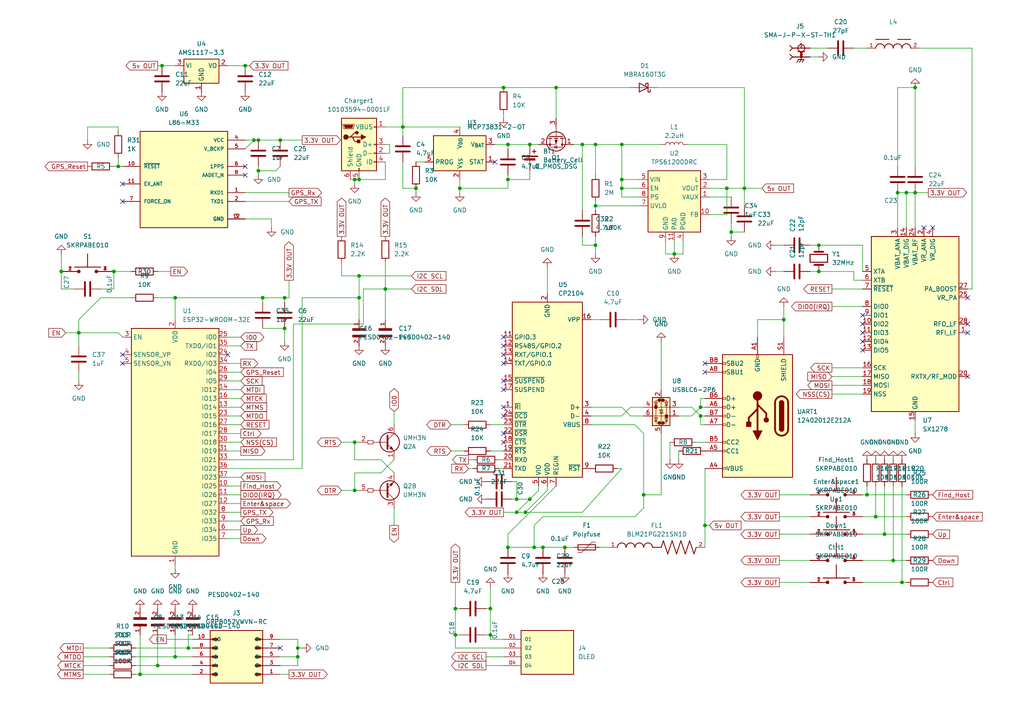
<source format=kicad_sch>
(kicad_sch (version 20250114) (generator "eeschema") (generator_version "9.0")
  (paper "A4")
  (junction (at 262.89 55.88))
  (junction (at 256.54 154.94))
  (junction (at 204.47 152.4))
  (junction (at 203.2 118.11))
  (junction (at 46.99 19.05))
  (junction (at 149.86 144.78))
  (junction (at 147.32 158.75))
  (junction (at 73.66 40.64))
  (junction (at 71.12 19.05))
  (junction (at 180.34 52.07))
  (junction (at 142.24 184.15))
  (junction (at 153.67 144.78))
  (junction (at 237.49 71.12))
  (junction (at 172.72 59.69))
  (junction (at 203.2 120.65))
  (junction (at 22.86 96.52))
  (junction (at 82.55 86.36))
  (junction (at 172.72 71.12))
  (junction (at 265.43 25.4))
  (junction (at 265.43 55.88))
  (junction (at 50.8 86.36))
  (junction (at 133.35 54.61))
  (junction (at 147.32 52.07))
  (junction (at 146.05 25.4))
  (junction (at 82.55 95.25))
  (junction (at 54.61 187.96))
  (junction (at 50.8 190.5))
  (junction (at 76.2 86.36))
  (junction (at 149.86 148.59))
  (junction (at 116.84 36.83))
  (junction (at 261.62 168.91))
  (junction (at 251.46 143.51))
  (junction (at 102.87 52.07))
  (junction (at 147.32 41.91))
  (junction (at 215.9 54.61))
  (junction (at 45.72 193.04))
  (junction (at 104.14 86.36))
  (junction (at 104.14 52.07))
  (junction (at 254 149.86))
  (junction (at 186.69 143.51))
  (junction (at 154.94 158.75))
  (junction (at 81.28 40.64))
  (junction (at 33.02 78.74))
  (junction (at 74.93 40.64))
  (junction (at 212.09 67.31))
  (junction (at 86.36 190.5))
  (junction (at 227.33 92.71))
  (junction (at 259.08 162.56))
  (junction (at 104.14 80.01))
  (junction (at 180.34 54.61))
  (junction (at 237.49 78.74))
  (junction (at 153.67 41.91))
  (junction (at 168.91 41.91))
  (junction (at 132.08 184.15))
  (junction (at 180.34 41.91))
  (junction (at 17.78 78.74))
  (junction (at 74.93 49.53))
  (junction (at 195.58 73.66))
  (junction (at 120.65 54.61))
  (junction (at 111.76 83.82))
  (junction (at 142.24 176.53))
  (junction (at 102.87 142.24))
  (junction (at 260.35 55.88))
  (junction (at 210.82 54.61))
  (junction (at 161.29 25.4))
  (junction (at 163.83 158.75))
  (junction (at 132.08 176.53))
  (junction (at 157.48 158.75))
  (junction (at 40.64 195.58))
  (junction (at 34.29 48.26))
  (junction (at 86.36 187.96))
  (junction (at 172.72 41.91))
  (junction (at 102.87 128.27))
  (junction (at 152.4 148.59))
  (no_connect (at 146.05 113.03))
  (no_connect (at 204.47 107.95))
  (no_connect (at 280.67 86.36))
  (no_connect (at 35.56 105.41))
  (no_connect (at 71.12 50.8))
  (no_connect (at 81.28 187.96))
  (no_connect (at 146.05 105.41))
  (no_connect (at 35.56 102.87))
  (no_connect (at 250.19 96.52))
  (no_connect (at 267.97 66.04))
  (no_connect (at 143.51 46.99))
  (no_connect (at 280.67 93.98))
  (no_connect (at 146.05 97.79))
  (no_connect (at 204.47 105.41))
  (no_connect (at 146.05 100.33))
  (no_connect (at 35.56 53.34))
  (no_connect (at 71.12 48.26))
  (no_connect (at 35.56 58.42))
  (no_connect (at 270.51 66.04))
  (no_connect (at 250.19 99.06))
  (no_connect (at 250.19 101.6))
  (no_connect (at 280.67 96.52))
  (no_connect (at 250.19 91.44))
  (no_connect (at 146.05 110.49))
  (no_connect (at 146.05 125.73))
  (no_connect (at 250.19 93.98))
  (no_connect (at 146.05 120.65))
  (no_connect (at 146.05 128.27))
  (no_connect (at 280.67 109.22))
  (no_connect (at 146.05 102.87))
  (no_connect (at 146.05 118.11))
  (no_connect (at 66.04 102.87))
  (wire (pts (xy 180.34 118.11) (xy 182.88 120.65)))
  (wire (pts (xy 241.3 83.82) (xy 250.19 83.82)))
  (wire (pts (xy 133.35 184.15) (xy 132.08 184.15)))
  (wire (pts (xy 182.88 118.11) (xy 186.69 118.11)))
  (wire (pts (xy 86.36 193.04) (xy 86.36 190.5)))
  (wire (pts (xy 262.89 55.88) (xy 260.35 55.88)))
  (wire (pts (xy 171.45 92.71) (xy 173.99 92.71)))
  (wire (pts (xy 111.76 52.07) (xy 104.14 52.07)))
  (wire (pts (xy 180.34 54.61) (xy 180.34 57.15)))
  (wire (pts (xy 195.58 69.85) (xy 195.58 73.66)))
  (wire (pts (xy 191.77 99.06) (xy 191.77 113.03)))
  (wire (pts (xy 241.3 114.3) (xy 250.19 114.3)))
  (wire (pts (xy 157.48 149.86) (xy 184.15 149.86)))
  (wire (pts (xy 99.06 128.27) (xy 102.87 128.27)))
  (wire (pts (xy 146.05 34.29) (xy 146.05 33.02)))
  (wire (pts (xy 116.84 54.61) (xy 120.65 54.61)))
  (wire (pts (xy 168.91 41.91) (xy 172.72 41.91)))
  (wire (pts (xy 66.04 148.59) (xy 69.85 148.59)))
  (wire (pts (xy 158.75 77.47) (xy 158.75 85.09)))
  (wire (pts (xy 40.64 195.58) (xy 55.88 195.58)))
  (wire (pts (xy 265.43 55.88) (xy 262.89 55.88)))
  (wire (pts (xy 66.04 151.13) (xy 69.85 151.13)))
  (wire (pts (xy 185.42 54.61) (xy 180.34 54.61)))
  (wire (pts (xy 120.65 55.88) (xy 120.65 54.61)))
  (wire (pts (xy 204.47 135.89) (xy 204.47 152.4)))
  (wire (pts (xy 39.37 190.5) (xy 50.8 190.5)))
  (wire (pts (xy 140.97 190.5) (xy 146.05 190.5)))
  (wire (pts (xy 219.71 92.71) (xy 219.71 97.79)))
  (wire (pts (xy 203.2 115.57) (xy 204.47 115.57)))
  (wire (pts (xy 66.04 120.65) (xy 69.85 120.65)))
  (wire (pts (xy 111.76 36.83) (xy 116.84 36.83)))
  (wire (pts (xy 191.77 125.73) (xy 191.77 143.51)))
  (wire (pts (xy 163.83 158.75) (xy 166.37 158.75)))
  (wire (pts (xy 265.43 55.88) (xy 265.43 66.04)))
  (wire (pts (xy 215.9 25.4) (xy 215.9 54.61)))
  (wire (pts (xy 198.12 73.66) (xy 195.58 73.66)))
  (wire (pts (xy 81.28 190.5) (xy 86.36 190.5)))
  (wire (pts (xy 180.34 41.91) (xy 180.34 52.07)))
  (wire (pts (xy 166.37 41.91) (xy 168.91 41.91)))
  (wire (pts (xy 256.54 154.94) (xy 262.89 154.94)))
  (wire (pts (xy 50.8 165.1) (xy 50.8 163.83)))
  (wire (pts (xy 33.02 48.26) (xy 34.29 48.26)))
  (wire (pts (xy 147.32 41.91) (xy 147.32 43.18)))
  (wire (pts (xy 196.85 130.81) (xy 196.85 133.35)))
  (wire (pts (xy 102.87 137.16) (xy 110.49 137.16)))
  (wire (pts (xy 114.3 119.38) (xy 114.3 123.19)))
  (wire (pts (xy 78.74 66.04) (xy 78.74 63.5)))
  (wire (pts (xy 265.43 55.88) (xy 269.24 55.88)))
  (wire (pts (xy 132.08 176.53) (xy 132.08 184.15)))
  (wire (pts (xy 210.82 54.61) (xy 215.9 54.61)))
  (wire (pts (xy 25.4 36.83) (xy 34.29 36.83)))
  (wire (pts (xy 149.86 148.59) (xy 152.4 148.59)))
  (wire (pts (xy 87.63 187.96) (xy 86.36 187.96)))
  (wire (pts (xy 66.04 115.57) (xy 69.85 115.57)))
  (wire (pts (xy 111.76 46.99) (xy 111.76 52.07)))
  (wire (pts (xy 215.9 59.69) (xy 215.9 54.61)))
  (wire (pts (xy 193.04 69.85) (xy 193.04 73.66)))
  (wire (pts (xy 212.09 64.77) (xy 212.09 67.31)))
  (wire (pts (xy 45.72 193.04) (xy 55.88 193.04)))
  (wire (pts (xy 111.76 76.2) (xy 111.76 83.82)))
  (wire (pts (xy 132.08 168.91) (xy 132.08 176.53)))
  (wire (pts (xy 66.04 100.33) (xy 69.85 100.33)))
  (wire (pts (xy 71.12 40.64) (xy 73.66 40.64)))
  (wire (pts (xy 113.03 41.91) (xy 113.03 44.45)))
  (wire (pts (xy 210.82 62.23) (xy 210.82 54.61)))
  (wire (pts (xy 203.2 118.11) (xy 200.66 120.65)))
  (wire (pts (xy 83.82 81.28) (xy 83.82 86.36)))
  (wire (pts (xy 142.24 184.15) (xy 142.24 185.42)))
  (wire (pts (xy 227.33 88.9) (xy 227.33 92.71)))
  (wire (pts (xy 153.67 49.53) (xy 153.67 52.07)))
  (wire (pts (xy 153.67 52.07) (xy 147.32 52.07)))
  (wire (pts (xy 281.94 83.82) (xy 280.67 83.82)))
  (wire (pts (xy 113.03 44.45) (xy 111.76 44.45)))
  (wire (pts (xy 154.94 158.75) (xy 157.48 158.75)))
  (wire (pts (xy 66.04 125.73) (xy 69.85 125.73)))
  (wire (pts (xy 154.94 152.4) (xy 157.48 149.86)))
  (wire (pts (xy 22.86 107.95) (xy 22.86 110.49)))
  (wire (pts (xy 39.37 195.58) (xy 40.64 195.58)))
  (wire (pts (xy 66.04 143.51) (xy 69.85 143.51)))
  (wire (pts (xy 48.26 185.42) (xy 55.88 185.42)))
  (wire (pts (xy 226.06 149.86) (xy 234.95 149.86)))
  (wire (pts (xy 168.91 148.59) (xy 180.34 135.89)))
  (wire (pts (xy 186.69 143.51) (xy 186.69 147.32)))
  (wire (pts (xy 45.72 19.05) (xy 46.99 19.05)))
  (wire (pts (xy 234.95 13.97) (xy 240.03 13.97)))
  (wire (pts (xy 147.32 158.75) (xy 154.94 158.75)))
  (wire (pts (xy 168.91 41.91) (xy 168.91 60.96)))
  (wire (pts (xy 114.3 147.32) (xy 114.3 152.4)))
  (wire (pts (xy 168.91 68.58) (xy 168.91 71.12)))
  (wire (pts (xy 161.29 25.4) (xy 182.88 25.4)))
  (wire (pts (xy 250.19 71.12) (xy 250.19 78.74)))
  (wire (pts (xy 171.45 123.19) (xy 184.15 123.19)))
  (wire (pts (xy 250.19 168.91) (xy 261.62 168.91)))
  (wire (pts (xy 116.84 36.83) (xy 116.84 39.37)))
  (wire (pts (xy 157.48 158.75) (xy 163.83 158.75)))
  (wire (pts (xy 146.05 25.4) (xy 116.84 25.4)))
  (wire (pts (xy 66.04 128.27) (xy 69.85 128.27)))
  (wire (pts (xy 66.04 113.03) (xy 69.85 113.03)))
  (wire (pts (xy 66.04 138.43) (xy 69.85 138.43)))
  (wire (pts (xy 85.09 93.98) (xy 85.09 133.35)))
  (wire (pts (xy 254 149.86) (xy 262.89 149.86)))
  (wire (pts (xy 132.08 187.96) (xy 146.05 187.96)))
  (wire (pts (xy 82.55 86.36) (xy 82.55 87.63)))
  (wire (pts (xy 210.82 52.07) (xy 205.74 52.07)))
  (wire (pts (xy 34.29 45.72) (xy 34.29 48.26)))
  (wire (pts (xy 227.33 92.71) (xy 227.33 97.79)))
  (wire (pts (xy 210.82 41.91) (xy 199.39 41.91)))
  (wire (pts (xy 146.05 148.59) (xy 149.86 148.59)))
  (wire (pts (xy 260.35 55.88) (xy 260.35 66.04)))
  (wire (pts (xy 144.78 133.35) (xy 146.05 133.35)))
  (wire (pts (xy 135.89 135.89) (xy 137.16 135.89)))
  (wire (pts (xy 66.04 110.49) (xy 69.85 110.49)))
  (wire (pts (xy 104.14 92.71) (xy 104.14 86.36)))
  (wire (pts (xy 172.72 71.12) (xy 172.72 73.66)))
  (wire (pts (xy 234.95 71.12) (xy 237.49 71.12)))
  (wire (pts (xy 181.61 92.71) (xy 185.42 92.71)))
  (wire (pts (xy 190.5 25.4) (xy 215.9 25.4)))
  (wire (pts (xy 111.76 83.82) (xy 111.76 92.71)))
  (wire (pts (xy 262.89 55.88) (xy 262.89 66.04)))
  (wire (pts (xy 210.82 52.07) (xy 210.82 41.91)))
  (wire (pts (xy 201.93 128.27) (xy 204.47 128.27)))
  (wire (pts (xy 185.42 59.69) (xy 172.72 59.69)))
  (wire (pts (xy 226.06 168.91) (xy 234.95 168.91)))
  (wire (pts (xy 104.14 80.01) (xy 119.38 80.01)))
  (wire (pts (xy 19.05 96.52) (xy 22.86 96.52)))
  (wire (pts (xy 196.85 118.11) (xy 200.66 118.11)))
  (wire (pts (xy 133.35 36.83) (xy 116.84 36.83)))
  (wire (pts (xy 203.2 118.11) (xy 204.47 118.11)))
  (wire (pts (xy 55.88 184.15) (xy 54.61 184.15)))
  (wire (pts (xy 142.24 185.42) (xy 146.05 185.42)))
  (wire (pts (xy 172.72 41.91) (xy 180.34 41.91)))
  (wire (pts (xy 76.2 95.25) (xy 82.55 95.25)))
  (wire (pts (xy 104.14 80.01) (xy 99.06 80.01)))
  (wire (pts (xy 204.47 120.65) (xy 203.2 120.65)))
  (wire (pts (xy 66.04 105.41) (xy 69.85 105.41)))
  (wire (pts (xy 86.36 190.5) (xy 86.36 187.96)))
  (wire (pts (xy 281.94 13.97) (xy 281.94 83.82)))
  (wire (pts (xy 105.41 93.98) (xy 105.41 83.82)))
  (wire (pts (xy 46.99 19.05) (xy 50.8 19.05)))
  (wire (pts (xy 33.02 78.74) (xy 38.1 78.74)))
  (wire (pts (xy 144.78 135.89) (xy 146.05 135.89)))
  (wire (pts (xy 152.4 148.59) (xy 168.91 148.59)))
  (wire (pts (xy 104.14 52.07) (xy 102.87 52.07)))
  (wire (pts (xy 234.95 16.51) (xy 237.49 16.51)))
  (wire (pts (xy 261.62 140.97) (xy 261.62 168.91)))
  (wire (pts (xy 203.2 123.19) (xy 204.47 123.19)))
  (wire (pts (xy 226.06 154.94) (xy 234.95 154.94)))
  (wire (pts (xy 24.13 187.96) (xy 31.75 187.96)))
  (wire (pts (xy 111.76 41.91) (xy 113.03 41.91)))
  (wire (pts (xy 204.47 152.4) (xy 205.74 152.4)))
  (wire (pts (xy 147.32 50.8) (xy 147.32 52.07)))
  (wire (pts (xy 250.19 143.51) (xy 251.46 143.51)))
  (wire (pts (xy 185.42 57.15) (xy 180.34 57.15)))
  (wire (pts (xy 54.61 184.15) (xy 54.61 187.96)))
  (wire (pts (xy 148.59 144.78) (xy 149.86 144.78)))
  (wire (pts (xy 66.04 118.11) (xy 69.85 118.11)))
  (wire (pts (xy 102.87 133.35) (xy 110.49 133.35)))
  (wire (pts (xy 66.04 146.05) (xy 69.85 146.05)))
  (wire (pts (xy 22.86 92.71) (xy 22.86 96.52)))
  (wire (pts (xy 260.35 25.4) (xy 265.43 25.4)))
  (wire (pts (xy 29.21 86.36) (xy 22.86 92.71)))
  (wire (pts (xy 33.02 83.82) (xy 33.02 78.74)))
  (wire (pts (xy 250.19 162.56) (xy 259.08 162.56)))
  (wire (pts (xy 86.36 185.42) (xy 86.36 187.96)))
  (wire (pts (xy 256.54 140.97) (xy 256.54 154.94)))
  (wire (pts (xy 142.24 130.81) (xy 146.05 130.81)))
  (wire (pts (xy 158.75 142.24) (xy 158.75 140.97)))
  (wire (pts (xy 219.71 92.71) (xy 227.33 92.71)))
  (wire (pts (xy 241.3 109.22) (xy 250.19 109.22)))
  (wire (pts (xy 198.12 69.85) (xy 198.12 73.66)))
  (wire (pts (xy 85.09 133.35) (xy 66.04 133.35)))
  (wire (pts (xy 50.8 184.15) (xy 50.8 190.5)))
  (wire (pts (xy 140.97 176.53) (xy 142.24 176.53)))
  (wire (pts (xy 83.82 195.58) (xy 81.28 195.58)))
  (wire (pts (xy 105.41 83.82) (xy 111.76 83.82)))
  (wire (pts (xy 87.63 86.36) (xy 87.63 135.89)))
  (wire (pts (xy 130.81 130.81) (xy 134.62 130.81)))
  (wire (pts (xy 180.34 52.07) (xy 180.34 54.61)))
  (wire (pts (xy 184.15 149.86) (xy 186.69 147.32)))
  (wire (pts (xy 180.34 120.65) (xy 182.88 118.11)))
  (wire (pts (xy 111.76 83.82) (xy 119.38 83.82)))
  (wire (pts (xy 99.06 142.24) (xy 102.87 142.24)))
  (wire (pts (xy 149.86 139.7) (xy 148.59 139.7)))
  (wire (pts (xy 265.43 25.4) (xy 265.43 48.26)))
  (wire (pts (xy 78.74 63.5) (xy 71.12 63.5)))
  (wire (pts (xy 66.04 19.05) (xy 71.12 19.05)))
  (wire (pts (xy 39.37 193.04) (xy 45.72 193.04)))
  (wire (pts (xy 34.29 48.26) (xy 35.56 48.26)))
  (wire (pts (xy 241.3 111.76) (xy 250.19 111.76)))
  (wire (pts (xy 142.24 170.18) (xy 142.24 176.53)))
  (wire (pts (xy 24.13 193.04) (xy 31.75 193.04)))
  (wire (pts (xy 193.04 73.66) (xy 195.58 73.66)))
  (wire (pts (xy 66.04 130.81) (xy 69.85 130.81)))
  (wire (pts (xy 102.87 142.24) (xy 104.14 142.24)))
  (wire (pts (xy 142.24 176.53) (xy 142.24 184.15)))
  (wire (pts (xy 281.94 13.97) (xy 266.7 13.97)))
  (wire (pts (xy 186.69 125.73) (xy 184.15 123.19)))
  (wire (pts (xy 102.87 128.27) (xy 102.87 133.35)))
  (wire (pts (xy 204.47 152.4) (xy 204.47 158.75)))
  (wire (pts (xy 247.65 81.28) (xy 250.19 81.28)))
  (wire (pts (xy 73.66 40.64) (xy 74.93 40.64)))
  (wire (pts (xy 101.6 52.07) (xy 102.87 52.07)))
  (wire (pts (xy 250.19 154.94) (xy 256.54 154.94)))
  (wire (pts (xy 146.05 25.4) (xy 161.29 25.4)))
  (wire (pts (xy 116.84 46.99) (xy 116.84 54.61)))
  (wire (pts (xy 34.29 96.52) (xy 35.56 97.79)))
  (wire (pts (xy 143.51 41.91) (xy 147.32 41.91)))
  (wire (pts (xy 81.28 185.42) (xy 86.36 185.42)))
  (wire (pts (xy 114.3 133.35) (xy 110.49 137.16)))
  (wire (pts (xy 66.04 153.67) (xy 69.85 153.67)))
  (wire (pts (xy 147.32 52.07) (xy 147.32 54.61)))
  (wire (pts (xy 120.65 46.99) (xy 123.19 46.99)))
  (wire (pts (xy 182.88 120.65) (xy 186.69 120.65)))
  (wire (pts (xy 105.41 93.98) (xy 85.09 93.98)))
  (wire (pts (xy 241.3 106.68) (xy 250.19 106.68)))
  (wire (pts (xy 50.8 190.5) (xy 55.88 190.5)))
  (wire (pts (xy 185.42 52.07) (xy 180.34 52.07)))
  (wire (pts (xy 102.87 137.16) (xy 102.87 142.24)))
  (wire (pts (xy 205.74 57.15) (xy 212.09 57.15)))
  (wire (pts (xy 74.93 48.26) (xy 74.93 49.53)))
  (wire (pts (xy 168.91 71.12) (xy 172.72 71.12)))
  (wire (pts (xy 140.97 184.15) (xy 142.24 184.15)))
  (wire (pts (xy 74.93 49.53) (xy 80.01 49.53)))
  (wire (pts (xy 34.29 36.83) (xy 34.29 38.1)))
  (wire (pts (xy 251.46 140.97) (xy 251.46 143.51)))
  (wire (pts (xy 205.74 62.23) (xy 210.82 62.23)))
  (wire (pts (xy 241.3 88.9) (xy 250.19 88.9)))
  (wire (pts (xy 172.72 59.69) (xy 172.72 58.42)))
  (wire (pts (xy 74.93 40.64) (xy 81.28 40.64)))
  (wire (pts (xy 154.94 158.75) (xy 154.94 152.4)))
  (wire (pts (xy 71.12 19.05) (xy 72.39 19.05)))
  (wire (pts (xy 156.21 142.24) (xy 156.21 140.97)))
  (wire (pts (xy 81.28 48.26) (xy 80.01 49.53)))
  (wire (pts (xy 147.32 154.94) (xy 161.29 140.97)))
  (wire (pts (xy 110.49 133.35) (xy 114.3 137.16)))
  (wire (pts (xy 130.81 123.19) (xy 134.62 123.19)))
  (wire (pts (xy 203.2 120.65) (xy 203.2 123.19)))
  (wire (pts (xy 39.37 187.96) (xy 54.61 187.96)))
  (wire (pts (xy 180.34 135.89) (xy 179.07 135.89)))
  (wire (pts (xy 76.2 86.36) (xy 76.2 87.63)))
  (wire (pts (xy 102.87 52.07) (xy 102.87 53.34)))
  (wire (pts (xy 215.9 67.31) (xy 212.09 67.31)))
  (wire (pts (xy 87.63 135.89) (xy 66.04 135.89)))
  (wire (pts (xy 140.97 193.04) (xy 146.05 193.04)))
  (wire (pts (xy 17.78 73.66) (xy 17.78 78.74)))
  (wire (pts (xy 81.28 40.64) (xy 87.63 40.64)))
  (wire (pts (xy 149.86 144.78) (xy 153.67 144.78)))
  (wire (pts (xy 186.69 125.73) (xy 186.69 143.51)))
  (wire (pts (xy 251.46 143.51) (xy 262.89 143.51)))
  (wire (pts (xy 261.62 168.91) (xy 262.89 168.91)))
  (wire (pts (xy 254 140.97) (xy 254 149.86)))
  (wire (pts (xy 234.95 78.74) (xy 237.49 78.74)))
  (wire (pts (xy 152.4 148.59) (xy 158.75 142.24)))
  (wire (pts (xy 186.69 143.51) (xy 191.77 143.51)))
  (wire (pts (xy 45.72 184.15) (xy 45.72 193.04)))
  (wire (pts (xy 172.72 59.69) (xy 172.72 60.96)))
  (wire (pts (xy 24.13 190.5) (xy 31.75 190.5)))
  (wire (pts (xy 226.06 162.56) (xy 234.95 162.56)))
  (wire (pts (xy 22.86 96.52) (xy 22.86 100.33)))
  (wire (pts (xy 171.45 118.11) (xy 180.34 118.11)))
  (wire (pts (xy 259.08 140.97) (xy 259.08 162.56)))
  (wire (pts (xy 45.72 86.36) (xy 50.8 86.36)))
  (wire (pts (xy 133.35 54.61) (xy 147.32 54.61)))
  (wire (pts (xy 71.12 55.88) (xy 83.82 55.88)))
  (wire (pts (xy 50.8 86.36) (xy 76.2 86.36)))
  (wire (pts (xy 203.2 120.65) (xy 200.66 118.11)))
  (wire (pts (xy 17.78 83.82) (xy 21.59 83.82)))
  (wire (pts (xy 116.84 25.4) (xy 116.84 36.83)))
  (wire (pts (xy 215.9 54.61) (xy 220.98 54.61)))
  (wire (pts (xy 24.13 195.58) (xy 31.75 195.58)))
  (wire (pts (xy 153.67 144.78) (xy 156.21 142.24)))
  (wire (pts (xy 171.45 120.65) (xy 180.34 120.65)))
  (wire (pts (xy 205.74 54.61) (xy 210.82 54.61)))
  (wire (pts (xy 50.8 86.36) (xy 50.8 92.71)))
  (wire (pts (xy 99.06 76.2) (xy 99.06 80.01)))
  (wire (pts (xy 237.49 78.74) (xy 247.65 78.74)))
  (wire (pts (xy 71.12 58.42) (xy 83.82 58.42)))
  (wire (pts (xy 66.04 156.21) (xy 69.85 156.21)))
  (wire (pts (xy 74.93 49.53) (xy 74.93 50.8)))
  (wire (pts (xy 180.34 41.91) (xy 191.77 41.91)))
  (wire (pts (xy 161.29 25.4) (xy 161.29 34.29)))
  (wire (pts (xy 247.65 78.74) (xy 247.65 81.28)))
  (wire (pts (xy 82.55 95.25) (xy 82.55 99.06)))
  (wire (pts (xy 104.14 86.36) (xy 104.14 80.01)))
  (wire (pts (xy 81.28 193.04) (xy 86.36 193.04)))
  (wire (pts (xy 135.89 133.35) (xy 137.16 133.35)))
  (wire (pts (xy 224.79 78.74) (xy 227.33 78.74)))
  (wire (pts (xy 149.86 148.59) (xy 153.67 144.78)))
  (wire (pts (xy 102.87 128.27) (xy 104.14 128.27)))
  (wire (pts (xy 69.85 140.97) (xy 66.04 140.97)))
  (wire (pts (xy 73.66 40.64) (xy 71.12 43.18)))
  (wire (pts (xy 17.78 78.74) (xy 17.78 83.82)))
  (wire (pts (xy 40.64 184.15) (xy 40.64 195.58)))
  (wire (pts (xy 237.49 71.12) (xy 250.19 71.12)))
  (wire (pts (xy 66.04 107.95) (xy 69.85 107.95)))
  (wire (pts (xy 250.19 149.86) (xy 254 149.86)))
  (wire (pts (xy 66.04 123.19) (xy 69.85 123.19)))
  (wire (pts (xy 132.08 184.15) (xy 132.08 187.96)))
  (wire (pts (xy 147.32 158.75) (xy 147.32 154.94)))
  (wire (pts (xy 203.2 115.57) (xy 203.2 118.11)))
  (wire (pts (xy 82.55 86.36) (xy 76.2 86.36)))
  (wire (pts (xy 54.61 187.96) (xy 55.88 187.96)))
  (wire (pts (xy 83.82 86.36) (xy 82.55 86.36)))
  (wire (pts (xy 133.35 54.61) (xy 133.35 55.88)))
  (wire (pts (xy 194.31 128.27) (xy 194.31 133.35)))
  (wire (pts (xy 172.72 68.58) (xy 172.72 71.12)))
  (wire (pts (xy 104.14 86.36) (xy 87.63 86.36)))
  (wire (pts (xy 132.08 176.53) (xy 133.35 176.53)))
  (wire (pts (xy 45.72 78.74) (xy 49.53 78.74)))
  (wire (pts (xy 22.86 96.52) (xy 34.29 96.52)))
  (wire (pts (xy 247.65 13.97) (xy 251.46 13.97)))
  (wire (pts (xy 149.86 139.7) (xy 149.86 144.78)))
  (wire (pts (xy 172.72 50.8) (xy 172.72 41.91)))
  (wire (pts (xy 224.79 71.12) (xy 227.33 71.12)))
  (wire (pts (xy 260.35 48.26) (xy 260.35 25.4)))
  (wire (pts (xy 153.67 41.91) (xy 156.21 41.91)))
  (wire (pts (xy 173.99 158.75) (xy 176.53 158.75)))
  (wire (pts (xy 212.09 67.31) (xy 212.09 68.58)))
  (wire (pts (xy 259.08 162.56) (xy 262.89 162.56)))
  (wire (pts (xy 38.1 86.36) (xy 29.21 86.36)))
  (wire (pts (xy 265.43 121.92) (xy 265.43 125.73)))
  (wire (pts (xy 29.21 83.82) (xy 33.02 83.82)))
  (wire (pts (xy 142.24 123.19) (xy 146.05 123.19)))
  (wire (pts (xy 66.04 97.79) (xy 69.85 97.79)))
  (wire (pts (xy 25.4 40.64) (xy 25.4 36.83)))
  (wire (pts (xy 226.06 143.51) (xy 234.95 143.51)))
  (wire (pts (xy 196.85 120.65) (xy 200.66 120.65)))
  (wire (pts (xy 147.32 41.91) (xy 153.67 41.91)))
  (wire (pts (xy 133.35 52.07) (xy 133.35 54.61)))
  (global_label "SCK" (shape output) (at 241.3 106.68 180) (property "Intersheetrefs" "${INTERSHEET_REFS}" (effects (hide yes))))
  (global_label "MTDO" (shape input) (at 69.85 120.65 0) (property "Intersheetrefs" "${INTERSHEET_REFS}" (effects (hide yes))))
  (global_label "Find_Host" (shape input) (at 270.51 143.51 0) (property "Intersheetrefs" "${INTERSHEET_REFS}" (effects (hide yes))))
  (global_label "EN" (shape output) (at 49.53 78.74 0) (property "Intersheetrefs" "${INTERSHEET_REFS}" (effects (hide yes))))
  (global_label "3.3V OUT" (shape output) (at 226.06 162.56 180) (property "Intersheetrefs" "${INTERSHEET_REFS}" (effects (hide yes))))
  (global_label "Find_Host" (shape output) (at 69.85 140.97 0) (property "Intersheetrefs" "${INTERSHEET_REFS}" (effects (hide yes))))
  (global_label "RESET" (shape output) (at 241.3 83.82 180) (property "Intersheetrefs" "${INTERSHEET_REFS}" (effects (hide yes))))
  (global_label "GPS_Rx" (shape input) (at 69.85 151.13 0) (property "Intersheetrefs" "${INTERSHEET_REFS}" (effects (hide yes))))
  (global_label "MTDI" (shape input) (at 69.85 113.03 0) (property "Intersheetrefs" "${INTERSHEET_REFS}" (effects (hide yes))))
  (global_label "RX" (shape output) (at 69.85 105.41 0) (property "Intersheetrefs" "${INTERSHEET_REFS}" (effects (hide yes))))
  (global_label "MISO" (shape input) (at 241.3 109.22 180) (property "Intersheetrefs" "${INTERSHEET_REFS}" (effects (hide yes))))
  (global_label "DTR" (shape bidirectional) (at 99.06 142.24 180) (property "Intersheetrefs" "${INTERSHEET_REFS}" (effects (hide yes))))
  (global_label "I2C SCL" (shape input) (at 119.38 80.01 0) (property "Intersheetrefs" "${INTERSHEET_REFS}" (effects (hide yes))))
  (global_label "EN" (shape output) (at 48.26 185.42 180) (property "Intersheetrefs" "${INTERSHEET_REFS}" (effects (hide yes))))
  (global_label "IO0" (shape bidirectional) (at 114.3 119.38 90) (property "Intersheetrefs" "${INTERSHEET_REFS}" (effects (hide yes))))
  (global_label "Up" (shape input) (at 270.51 154.94 0) (property "Intersheetrefs" "${INTERSHEET_REFS}" (effects (hide yes))))
  (global_label "RTS" (shape bidirectional) (at 130.81 130.81 180) (property "Intersheetrefs" "${INTERSHEET_REFS}" (effects (hide yes))))
  (global_label "3.3V OUT" (shape output) (at 83.82 81.28 90) (property "Intersheetrefs" "${INTERSHEET_REFS}" (effects (hide yes))))
  (global_label "MOSI" (shape input) (at 69.85 138.43 0) (property "Intersheetrefs" "${INTERSHEET_REFS}" (effects (hide yes))))
  (global_label "GPS_TX" (shape input) (at 83.82 58.42 0) (property "Intersheetrefs" "${INTERSHEET_REFS}" (effects (hide yes))))
  (global_label "3.3V OUT" (shape output) (at 132.08 168.91 90) (property "Intersheetrefs" "${INTERSHEET_REFS}" (effects (hide yes))))
  (global_label "I2C SDL" (shape input) (at 119.38 83.82 0) (property "Intersheetrefs" "${INTERSHEET_REFS}" (effects (hide yes))))
  (global_label "GPS_TX" (shape output) (at 69.85 148.59 0) (property "Intersheetrefs" "${INTERSHEET_REFS}" (effects (hide yes))))
  (global_label "TX" (shape input) (at 69.85 100.33 0) (property "Intersheetrefs" "${INTERSHEET_REFS}" (effects (hide yes))))
  (global_label "MISO" (shape output) (at 69.85 130.81 0) (property "Intersheetrefs" "${INTERSHEET_REFS}" (effects (hide yes))))
  (global_label "3.3V OUT" (shape output) (at 111.76 68.58 90) (property "Intersheetrefs" "${INTERSHEET_REFS}" (effects (hide yes))))
  (global_label "3.3V OUT" (shape output) (at 226.06 143.51 180) (property "Intersheetrefs" "${INTERSHEET_REFS}" (effects (hide yes))))
  (global_label "NSS(CS)" (shape input) (at 69.85 128.27 0) (property "Intersheetrefs" "${INTERSHEET_REFS}" (effects (hide yes))))
  (global_label "3.3V OUT" (shape output) (at 226.06 149.86 180) (property "Intersheetrefs" "${INTERSHEET_REFS}" (effects (hide yes))))
  (global_label "MTCK" (shape output) (at 24.13 193.04 180) (property "Intersheetrefs" "${INTERSHEET_REFS}" (effects (hide yes))))
  (global_label "3.3V OUT" (shape output) (at 83.82 195.58 0) (property "Intersheetrefs" "${INTERSHEET_REFS}" (effects (hide yes))))
  (global_label "GPS_Reset" (shape input) (at 69.85 107.95 0) (property "Intersheetrefs" "${INTERSHEET_REFS}" (effects (hide yes))))
  (global_label "Up" (shape output) (at 69.85 153.67 0) (property "Intersheetrefs" "${INTERSHEET_REFS}" (effects (hide yes))))
  (global_label "5v OUT" (shape output) (at 45.72 19.05 180) (property "Intersheetrefs" "${INTERSHEET_REFS}" (effects (hide yes))))
  (global_label "GPS_Reset" (shape output) (at 25.4 48.26 180) (property "Intersheetrefs" "${INTERSHEET_REFS}" (effects (hide yes))))
  (global_label "5v OUT" (shape input) (at 220.98 54.61 0) (property "Intersheetrefs" "${INTERSHEET_REFS}" (effects (hide yes))))
  (global_label "3.3V OUT" (shape output) (at 269.24 55.88 0) (property "Intersheetrefs" "${INTERSHEET_REFS}" (effects (hide yes))))
  (global_label "Enter&space" (shape output) (at 69.85 146.05 0) (property "Intersheetrefs" "${INTERSHEET_REFS}" (effects (hide yes))))
  (global_label "Enter&space" (shape input) (at 270.51 149.86 0) (property "Intersheetrefs" "${INTERSHEET_REFS}" (effects (hide yes))))
  (global_label "3.3V OUT" (shape output) (at 226.06 168.91 180) (property "Intersheetrefs" "${INTERSHEET_REFS}" (effects (hide yes))))
  (global_label "EN" (shape output) (at 114.3 152.4 270) (property "Intersheetrefs" "${INTERSHEET_REFS}" (effects (hide yes))))
  (global_label "MTDO" (shape output) (at 24.13 190.5 180) (property "Intersheetrefs" "${INTERSHEET_REFS}" (effects (hide yes))))
  (global_label "3.3V OUT" (shape output) (at 87.63 40.64 0) (property "Intersheetrefs" "${INTERSHEET_REFS}" (effects (hide yes))))
  (global_label "GPS_Rx" (shape output) (at 83.82 55.88 0) (property "Intersheetrefs" "${INTERSHEET_REFS}" (effects (hide yes))))
  (global_label "Down" (shape input) (at 270.51 162.56 0) (property "Intersheetrefs" "${INTERSHEET_REFS}" (effects (hide yes))))
  (global_label "Ctrl" (shape input) (at 270.51 168.91 0) (property "Intersheetrefs" "${INTERSHEET_REFS}" (effects (hide yes))))
  (global_label "MTMS" (shape input) (at 69.85 118.11 0) (property "Intersheetrefs" "${INTERSHEET_REFS}" (effects (hide yes))))
  (global_label "Down" (shape output) (at 69.85 156.21 0) (property "Intersheetrefs" "${INTERSHEET_REFS}" (effects (hide yes))))
  (global_label "RESET" (shape input) (at 69.85 123.19 0) (property "Intersheetrefs" "${INTERSHEET_REFS}" (effects (hide yes))))
  (global_label "RX" (shape input) (at 135.89 135.89 180) (property "Intersheetrefs" "${INTERSHEET_REFS}" (effects (hide yes))))
  (global_label "3.3V OUT" (shape input) (at 72.39 19.05 0) (property "Intersheetrefs" "${INTERSHEET_REFS}" (effects (hide yes))))
  (global_label "MTCK" (shape input) (at 69.85 115.57 0) (property "Intersheetrefs" "${INTERSHEET_REFS}" (effects (hide yes))))
  (global_label "3.3V OUT" (shape output) (at 226.06 154.94 180) (property "Intersheetrefs" "${INTERSHEET_REFS}" (effects (hide yes))))
  (global_label "MTMS" (shape output) (at 24.13 195.58 180) (property "Intersheetrefs" "${INTERSHEET_REFS}" (effects (hide yes))))
  (global_label "TX" (shape output) (at 135.89 133.35 180) (property "Intersheetrefs" "${INTERSHEET_REFS}" (effects (hide yes))))
  (global_label "RTS" (shape bidirectional) (at 99.06 128.27 180) (property "Intersheetrefs" "${INTERSHEET_REFS}" (effects (hide yes))))
  (global_label "DIO0(IRQ)" (shape output) (at 241.3 88.9 180) (property "Intersheetrefs" "${INTERSHEET_REFS}" (effects (hide yes))))
  (global_label "SCK" (shape input) (at 69.85 110.49 0) (property "Intersheetrefs" "${INTERSHEET_REFS}" (effects (hide yes))))
  (global_label "DIO0(IRQ)" (shape output) (at 69.85 143.51 0) (property "Intersheetrefs" "${INTERSHEET_REFS}" (effects (hide yes))))
  (global_label "MTDI" (shape output) (at 24.13 187.96 180) (property "Intersheetrefs" "${INTERSHEET_REFS}" (effects (hide yes))))
  (global_label "IO0" (shape bidirectional) (at 69.85 97.79 0) (property "Intersheetrefs" "${INTERSHEET_REFS}" (effects (hide yes))))
  (global_label "I2C SDL" (shape output) (at 140.97 193.04 180) (property "Intersheetrefs" "${INTERSHEET_REFS}" (effects (hide yes))))
  (global_label "DTR" (shape bidirectional) (at 130.81 123.19 180) (property "Intersheetrefs" "${INTERSHEET_REFS}" (effects (hide yes))))
  (global_label "3.3V OUT" (shape output) (at 146.05 148.59 180) (property "Intersheetrefs" "${INTERSHEET_REFS}" (effects (hide yes))))
  (global_label "MOSI" (shape output) (at 241.3 111.76 180) (property "Intersheetrefs" "${INTERSHEET_REFS}" (effects (hide yes))))
  (global_label "Ctrl" (shape output) (at 69.85 125.73 0) (property "Intersheetrefs" "${INTERSHEET_REFS}" (effects (hide yes))))
  (global_label "I2C SCL" (shape output) (at 140.97 190.5 180) (property "Intersheetrefs" "${INTERSHEET_REFS}" (effects (hide yes))))
  (global_label "5v OUT" (shape input) (at 205.74 152.4 0) (property "Intersheetrefs" "${INTERSHEET_REFS}" (effects (hide yes))))
  (global_label "3.3V OUT" (shape output) (at 99.06 68.58 90) (property "Intersheetrefs" "${INTERSHEET_REFS}" (effects (hide yes))))
  (global_label "NSS(CS)" (shape output) (at 241.3 114.3 180) (property "Intersheetrefs" "${INTERSHEET_REFS}" (effects (hide yes))))
  (global_label "EN" (shape input) (at 19.05 96.52 180) (property "Intersheetrefs" "${INTERSHEET_REFS}" (effects (hide yes))))
  (symbol (lib_id "power:GND") (at 111.76 100.33 0) (unit 1)
    (property "Reference" "#PWR024" (effects (hide yes)))
    (property "Value" "GND" (at 111.76 105.41 0))
    (property "Description" "Power symbol creates a global label with name \"GND\" , ground" (effects (hide yes)))
  )
  (symbol (lib_id "Device:R") (at 35.56 187.96 90) (unit 1)
    (property "Reference" "R10" (at 35.56 181.61 90))
    (property "Value" "100R" (at 35.56 184.15 90))
    (property "Footprint" "Resistor_SMD:R_0603_1608Metric" (effects (hide yes)))
    (property "Description" "Resistor" (effects (hide yes)))
  )
  (symbol (lib_id "power:GND") (at 157.48 166.37 0) (unit 1)
    (property "Reference" "#PWR014" (effects (hide yes)))
    (property "Value" "GND" (at 157.48 171.45 0))
    (property "Description" "Power symbol creates a global label with name \"GND\" , ground" (effects (hide yes)))
  )
  (symbol (lib_id "power:GND") (at 102.87 53.34 0) (unit 1)
    (property "Reference" "#PWR04" (effects (hide yes)))
    (property "Value" "GND" (at 102.87 58.42 0))
    (property "Description" "Power symbol creates a global label with name \"GND\" , ground" (effects (hide yes)))
  )
  (symbol (lib_id "Device:R") (at 198.12 128.27 90) (unit 1)
    (property "Reference" "R8" (at 198.12 128.27 90))
    (property "Value" "5.1K" (effects (hide yes)))
    (property "Footprint" "Resistor_SMD:R_0402_1005Metric" (effects (hide yes)))
    (property "Description" "Resistor" (effects (hide yes)))
  )
  (symbol (lib_id "Device:R") (at 34.29 41.91 0) (unit 1)
    (property "Reference" "R31" (at 36.83 40.6399 0) (effects (justify left)))
    (property "Value" "1K" (at 36.83 43.1799 0) (effects (justify left)))
    (property "Footprint" "Resistor_SMD:R_0603_1608Metric" (effects (hide yes)))
    (property "Description" "Resistor" (effects (hide yes)))
  )
  (symbol (lib_id "power:GND") (at 104.14 100.33 0) (unit 1)
    (property "Reference" "#PWR023" (effects (hide yes)))
    (property "Value" "GND" (at 104.14 105.41 0))
    (property "Description" "Power symbol creates a global label with name \"GND\" , ground" (effects (hide yes)))
  )
  (symbol (lib_id "Regulator_Linear:AMS1117-3.3") (at 58.42 19.05 0) (unit 1)
    (property "Reference" "U4" (at 58.42 12.7 0))
    (property "Value" "AMS1117-3.3" (at 58.42 15.24 0))
    (property "Footprint" "Package_TO_SOT_SMD:SOT-223-3_TabPin2" (effects (hide yes)))
    (property "Datasheet" "http://www.advanced-monolithic.com/pdf/ds1117.pdf" (effects (hide yes)))
    (property "Description" "1A Low Dropout regulator, positive, 3.3V fixed output, SOT-223" (effects (hide yes)))
  )
  (symbol (lib_id "SKRPABE010:SKRPABE010") (at 242.57 168.91 0) (unit 1)
    (property "Reference" "Ctrl1" (at 242.57 158.75 0))
    (property "Value" "SKRPABE010" (at 242.57 161.29 0))
    (property "Footprint" "Diode_SMD:SW_SKRPABE010" (effects (hide yes)))
    (property "MF" "ALPS" (effects (hide yes)))
    (property "MAXIMUM_PACKAGE_HEIGHT" "2.5 mm" (effects (hide yes)))
    (property "Package" "None" (effects (hide yes)))
    (property "Price" "None" (effects (hide yes)))
    (property "Check_prices" "https://www.snapeda.com/parts/SKRPABE010/ALPS/view-part/?ref=eda" (effects (hide yes)))
    (property "STANDARD" "Manufacturer Recommendations" (effects (hide yes)))
    (property "SnapEDA_Link" "https://www.snapeda.com/parts/SKRPABE010/ALPS/view-part/?ref=snap" (effects (hide yes)))
    (property "MP" "SKRPABE010" (effects (hide yes)))
    (property "Description_1" "Switch Tactile N.O. SPST Button J-Bend 0.05A 16VDC 1.57N SMD Automotive T/R" (effects (hide yes)))
    (property "Availability" "In Stock" (effects (hide yes)))
    (property "MANUFACTURER" "Alps" (effects (hide yes)))
  )
  (symbol (lib_id "Device:R") (at 111.76 72.39 180) (unit 1)
    (property "Reference" "R15" (at 114.3 71.1199 0) (effects (justify right)))
    (property "Value" "2.2K" (at 114.3 73.6599 0) (effects (justify right)))
    (property "Footprint" "Resistor_SMD:R_0603_1608Metric" (effects (hide yes)))
    (property "Description" "Resistor" (effects (hide yes)))
  )
  (symbol (lib_id "Device:C") (at 144.78 139.7 270) (unit 1)
    (property "Reference" "C30" (at 150.876 139.7 0) (effects (justify left)))
    (property "Value" "0.1uF" (at 138.43 138.43 0) (effects (justify left)))
    (property "Footprint" "Capacitor_SMD:C_0603_1608Metric" (effects (hide yes)))
    (property "Description" "Unpolarized capacitor" (effects (hide yes)))
  )
  (symbol (lib_id "WE-TPC_2811:WE-TPC_2811") (at 259.08 13.97 0) (unit 1)
    (property "Reference" "L4" (at 259.08 6.35 0))
    (property "Value" "744028000056" (effects (hide yes)))
    (property "Footprint" "WE-TPC_2811:WE-TPC_2811" (effects (hide yes)))
    (property "DigiKey_Part_Number" "732-3694-2-ND" (effects (hide yes)))
    (property "SnapEDA_Link" "https://www.snapeda.com/parts/744028000056/W%25C3%25BCrth+Elektronik+Midcom/view-part/?ref=snap" (effects (hide yes)))
    (property "Description_1" "WE-TPC Series; Shielded Wire-wound SMD Inductor with Ferrite Core, 56 nH | Wurth Electronics 744028000056" (effects (hide yes)))
    (property "MF" "Würth Elektronik" (effects (hide yes)))
    (property "Package" "Nonstandard Wurth Electronics" (effects (hide yes)))
    (property "Check_prices" "https://www.snapeda.com/parts/744028000056/W%25C3%25BCrth+Elektronik+Midcom/view-part/?ref=eda" (effects (hide yes)))
    (property "MP" "744028000056" (effects (hide yes)))
  )
  (symbol (lib_id "Device:C") (at 137.16 184.15 90) (unit 1)
    (property "Reference" "C18" (at 131.064 184.15 0) (effects (justify left)))
    (property "Value" "0.1uF" (at 143.51 185.42 0) (effects (justify left)))
    (property "Footprint" "Capacitor_SMD:C_0603_1608Metric" (effects (hide yes)))
    (property "Description" "Unpolarized capacitor" (effects (hide yes)))
  )
  (symbol (lib_id "Device:R") (at 138.43 130.81 90) (unit 1)
    (property "Reference" "R24" (at 138.43 124.46 90))
    (property "Value" "10K" (at 138.43 127 90))
    (property "Footprint" "Resistor_SMD:R_0603_1608Metric" (effects (hide yes)))
    (property "Description" "Resistor" (effects (hide yes)))
  )
  (symbol (lib_id "power:GND") (at 158.75 77.47 180) (unit 1)
    (property "Reference" "#PWR042" (effects (hide yes)))
    (property "Value" "GND" (at 158.75 72.39 0))
    (property "Description" "Power symbol creates a global label with name \"GND\" , ground" (effects (hide yes)))
  )
  (symbol (lib_id "Transistor_BJT:UMH3N") (at 113.03 128.27 0) (unit 1)
    (property "Reference" "Q2" (at 116.84 129.5401 0) (effects (justify left)))
    (property "Value" "UMH3N" (at 116.84 127.0001 0) (effects (justify left)))
    (property "Footprint" "Package_TO_SOT_SMD:SOT-363_SC-70-6" (effects (hide yes)))
    (property "Datasheet" "http://rohmfs.rohm.com/en/products/databook/datasheet/discrete/transistor/digital/emh3t2r-e.pdf" (effects (hide yes)))
    (property "Description" "0.1A Ic, 50V Vce, Dual NPN Input Resistor Transistors, SOT-363" (effects (hide yes)))
  )
  (symbol (lib_id "Device:C") (at 168.91 64.77 0) (unit 1)
    (property "Reference" "C32" (at 172.72 63.4999 0) (effects (justify left)))
    (property "Value" "4.7uF" (at 172.72 66.0399 0) (effects (justify left)))
    (property "Footprint" "Capacitor_SMD:C_0603_1608Metric" (effects (hide yes)))
    (property "Description" "Unpolarized capacitor" (effects (hide yes)))
  )
  (symbol (lib_id "Device:R") (at 254 137.16 180) (unit 1)
    (property "Reference" "R17" (at 256.54 135.8899 0) (effects (justify right)))
    (property "Value" "10K" (at 256.54 138.4299 0) (effects (justify right)))
    (property "Footprint" "Resistor_SMD:R_0603_1608Metric" (effects (hide yes)))
    (property "Description" "Resistor" (effects (hide yes)))
  )
  (symbol (lib_id "power:GND") (at 194.31 133.35 0) (unit 1)
    (property "Reference" "#PWR010" (effects (hide yes)))
    (property "Value" "GND" (at 194.31 138.43 0))
    (property "Description" "Power symbol creates a global label with name \"GND\" , ground" (effects (hide yes)))
  )
  (symbol (lib_id "power:GND") (at 140.97 139.7 270) (unit 1)
    (property "Reference" "#PWR039" (effects (hide yes)))
    (property "Value" "GND" (at 137.16 139.6999 90) (effects (justify right)))
    (property "Description" "Power symbol creates a global label with name \"GND\" , ground" (effects (hide yes)))
  )
  (symbol (lib_id "power:GND") (at 256.54 133.35 180) (unit 1)
    (property "Reference" "#PWR033" (effects (hide yes)))
    (property "Value" "GND" (at 256.54 128.27 0))
    (property "Description" "Power symbol creates a global label with name \"GND\" , ground" (effects (hide yes)))
  )
  (symbol (lib_id "BLM21PG221SN1D:BLM21PG221SN1D") (at 191.77 158.75 0) (unit 1)
    (property "Reference" "FL1" (at 190.5 152.4 0))
    (property "Value" "BLM21PG221SN1D" (at 190.5 154.94 0))
    (property "Footprint" "BLM21PG221SN1D:BEADC2012X105N" (effects (hide yes)))
    (property "MF" "Murata" (effects (hide yes)))
    (property "Description_1" "220 Ohms @ 100 MHz 1 Power Line Ferrite Bead 0805 (2012 Metric) 2A 45mOhm" (effects (hide yes)))
    (property "Package" "2012 Murata" (effects (hide yes)))
    (property "Price" "None" (effects (hide yes)))
    (property "SnapEDA_Link" "https://www.snapeda.com/parts/BLM21PG221SN1D/Murata/view-part/?ref=snap" (effects (hide yes)))
    (property "MP" "BLM21PG221SN1D" (effects (hide yes)))
    (property "Availability" "In Stock" (effects (hide yes)))
    (property "Check_prices" "https://www.snapeda.com/parts/BLM21PG221SN1D/Murata/view-part/?ref=eda" (effects (hide yes)))
  )
  (symbol (lib_id "power:GND") (at 17.78 73.66 180) (unit 1)
    (property "Reference" "#PWR017" (effects (hide yes)))
    (property "Value" "GND" (at 17.78 68.58 0))
    (property "Description" "Power symbol creates a global label with name \"GND\" , ground" (effects (hide yes)))
  )
  (symbol (lib_id "Device:R") (at 138.43 123.19 90) (unit 1)
    (property "Reference" "R23" (at 138.43 116.84 90))
    (property "Value" "10K" (at 138.43 119.38 90))
    (property "Footprint" "Resistor_SMD:R_0603_1608Metric" (effects (hide yes)))
    (property "Description" "Resistor" (effects (hide yes)))
  )
  (symbol (lib_id "Device:R") (at 266.7 154.94 90) (unit 1)
    (property "Reference" "R27" (at 266.7 148.59 90))
    (property "Value" "100R" (at 266.7 151.13 90))
    (property "Footprint" "Resistor_SMD:R_0603_1608Metric" (effects (hide yes)))
    (property "Description" "Resistor" (effects (hide yes)))
  )
  (symbol (lib_id "L86-M33:L86-M33") (at 53.34 50.8 0) (unit 1)
    (property "Reference" "U6" (at 53.34 33.02 0))
    (property "Value" "L86-M33" (at 53.34 35.56 0))
    (property "Footprint" "L86-M33:XCVR_L86-M33" (effects (hide yes)))
    (property "MF" "Quectel" (effects (hide yes)))
    (property "DESCRIPTION" "L86 is an ultra-compact GNSS POT _Patch on Top_ module with an embedded 18.4mm × 18.4mm × 4.0mm patch antenna and utilizes the MediaTek new generation GNSS chipset MT3333 that achieves the perfect performance" (effects (hide yes)))
    (property "PACKAGE" "None" (effects (hide yes)))
    (property "PRICE" "None" (effects (hide yes)))
    (property "Package" "LCC-12 Quectel" (effects (hide yes)))
    (property "Check_prices" "https://www.snapeda.com/parts/L86-M33/Quectel/view-part/?ref=eda" (effects (hide yes)))
    (property "Price" "None" (effects (hide yes)))
    (property "SnapEDA_Link" "https://www.snapeda.com/parts/L86-M33/Quectel/view-part/?ref=snap" (effects (hide yes)))
    (property "MP" "L86-M33" (effects (hide yes)))
    (property "Availability" "In Stock" (effects (hide yes)))
    (property "AVAILABILITY" "Unavailable" (effects (hide yes)))
    (property "Description_1" "L86 is an ultra-compact GNSS POT (Patch on Top) module with an embedded 18.4mm × 18.4mm × 4.0mm patch antenna and utilizes the MediaTek new generation GNSS chipset MT3333 that achieves the perfect performance" (effects (hide yes)))
  )
  (symbol (lib_id "RF:SX1278") (at 265.43 93.98 0) (unit 1)
    (property "Reference" "U7" (at 267.5733 121.92 0) (effects (justify left)))
    (property "Value" "SX1278" (at 267.5733 124.46 0) (effects (justify left)))
    (property "Footprint" "Package_DFN_QFN:QFN-28-1EP_6x6mm_P0.65mm_EP4.8x4.8mm" (effects (hide yes)))
    (property "Datasheet" "https://semtech.my.salesforce.com/sfc/p/#E0000000JelG/a/2R0000001Rbr/6EfVZUorrpoKFfvaF_Fkpgp5kzjiNyiAbqcpqh9qSjE" (effects (hide yes)))
    (property "Description" "137 MHz to 525 MHz Low Power Long Range Transceiver, spreading factor from 6 to 12, LoRA, QFN-28" (effects (hide yes)))
  )
  (symbol (lib_id "Device:R") (at 172.72 54.61 0) (unit 1)
    (property "Reference" "R1" (at 175.26 53.3399 0) (effects (justify left)))
    (property "Value" "2M" (at 175.26 55.8799 0) (effects (justify left)))
    (property "Footprint" "Resistor_SMD:R_1210_3225Metric" (effects (hide yes)))
    (property "Description" "Resistor" (effects (hide yes)))
  )
  (symbol (lib_id "Device:C") (at 231.14 78.74 90) (unit 1)
    (property "Reference" "C21" (at 229.8699 74.93 0) (effects (justify left)))
    (property "Value" "12pF" (at 232.4099 74.93 0) (effects (justify left)))
    (property "Footprint" "Capacitor_SMD:C_0402_1005Metric" (effects (hide yes)))
    (property "Description" "Unpolarized capacitor" (effects (hide yes)))
  )
  (symbol (lib_id "power:GND") (at 146.05 34.29 0) (unit 1)
    (property "Reference" "#PWR07" (effects (hide yes)))
    (property "Value" "GND" (at 146.05 39.37 0))
    (property "Description" "Power symbol creates a global label with name \"GND\" , ground" (effects (hide yes)))
  )
  (symbol (lib_id "power:GND") (at 71.12 26.67 0) (unit 1)
    (property "Reference" "#PWR044" (effects (hide yes)))
    (property "Value" "GND" (at 71.12 31.75 0))
    (property "Description" "Power symbol creates a global label with name \"GND\" , ground" (effects (hide yes)))
  )
  (symbol (lib_id "Power_Protection:USBLC6-2P6") (at 191.77 120.65 180) (unit 1)
    (property "Reference" "U8" (at 194.8881 110.49 0) (effects (justify right)))
    (property "Value" "USBLC6-2P6" (at 194.8881 113.03 0) (effects (justify right)))
    (property "Footprint" "Package_TO_SOT_SMD:SOT-666" (effects (hide yes)))
    (property "Datasheet" "https://www.st.com/resource/en/datasheet/usblc6-2.pdf" (effects (hide yes)))
    (property "Description" "Very low capacitance ESD protection diode, 2 data-line, SOT-666" (effects (hide yes)))
  )
  (symbol (lib_id "power:GND") (at 55.88 176.53 180) (unit 1)
    (property "Reference" "#PWR022" (effects (hide yes)))
    (property "Value" "GND" (at 55.88 171.45 0))
    (property "Description" "Power symbol creates a global label with name \"GND\" , ground" (effects (hide yes)))
  )
  (symbol (lib_id "Device:R") (at 35.56 190.5 90) (unit 1)
    (property "Reference" "R11" (at 35.56 184.15 90))
    (property "Value" "100R" (at 35.56 186.69 90))
    (property "Footprint" "Resistor_SMD:R_0603_1608Metric" (effects (hide yes)))
    (property "Description" "Resistor" (effects (hide yes)))
  )
  (symbol (lib_id "power:GND") (at 147.32 166.37 0) (unit 1)
    (property "Reference" "#PWR036" (effects (hide yes)))
    (property "Value" "GND" (at 147.32 171.45 0))
    (property "Description" "Power symbol creates a global label with name \"GND\" , ground" (effects (hide yes)))
  )
  (symbol (lib_id "power:GND") (at 78.74 66.04 0) (unit 1)
    (property "Reference" "#PWR045" (effects (hide yes)))
    (property "Value" "GND" (at 81.28 67.3099 0) (effects (justify left)))
    (property "Description" "Power symbol creates a global label with name \"GND\" , ground" (effects (hide yes)))
  )
  (symbol (lib_id "Device:R") (at 146.05 29.21 0) (unit 1)
    (property "Reference" "R4" (at 148.59 27.9399 0) (effects (justify left)))
    (property "Value" "10K" (at 148.59 30.4799 0) (effects (justify left)))
    (property "Footprint" "Resistor_SMD:R_0603_1608Metric" (effects (hide yes)))
    (property "Description" "Resistor" (effects (hide yes)))
  )
  (symbol (lib_id "Device:Polyfuse") (at 170.18 158.75 90) (unit 1)
    (property "Reference" "F1" (at 170.18 152.4 90))
    (property "Value" "Polyfuse" (at 170.18 154.94 90))
    (property "Footprint" "Resistor_SMD:R_0603_1608Metric" (effects (hide yes)))
    (property "Description" "Resettable fuse, polymeric positive temperature coefficient" (effects (hide yes)))
  )
  (symbol (lib_id "PESD0402-140:PESD0402-140") (at 40.64 181.61 90) (unit 1)
    (property "Reference" "C8" (at 44.45 179.0699 90) (effects (justify right)))
    (property "Value" "PESD0402-140" (at 44.45 181.6099 90) (effects (justify right)))
    (property "Footprint" "PESD0402-140:RESC1005X35N" (effects (hide yes)))
    (property "MF" "Littelfuse Inc." (effects (hide yes)))
    (property "Description_1" "40V Clamp - Ipp Tvs Diode Surface Mount 0402" (effects (hide yes)))
    (property "Package" "0402 Littelfuse Inc." (effects (hide yes)))
    (property "Price" "None" (effects (hide yes)))
    (property "SnapEDA_Link" "https://www.snapeda.com/parts/PESD0402-140/Littelfuse/view-part/?ref=snap" (effects (hide yes)))
    (property "MP" "PESD0402-140" (effects (hide yes)))
    (property "Availability" "In Stock" (effects (hide yes)))
    (property "Check_prices" "https://www.snapeda.com/parts/PESD0402-140/Littelfuse/view-part/?ref=eda" (effects (hide yes)))
  )
  (symbol (lib_id "Device:C") (at 74.93 44.45 0) (unit 1)
    (property "Reference" "C7" (at 78.74 43.1799 0) (effects (justify left)))
    (property "Value" "1uF" (at 78.74 45.7199 0) (effects (justify left)))
    (property "Footprint" "Capacitor_SMD:C_0603_1608Metric" (effects (hide yes)))
    (property "Description" "Unpolarized capacitor" (effects (hide yes)))
  )
  (symbol (lib_id "Device:C") (at 157.48 162.56 0) (unit 1)
    (property "Reference" "C29" (at 161.29 161.2899 0) (effects (justify left)))
    (property "Value" "22uF" (at 161.29 163.8299 0) (effects (justify left)))
    (property "Footprint" "Capacitor_SMD:C_0805_2012Metric" (effects (hide yes)))
    (property "Description" "Unpolarized capacitor" (effects (hide yes)))
  )
  (symbol (lib_id "HTSW-104-20-TM-S:HTSW-104-20-TM-S") (at 158.75 190.5 0) (unit 1)
    (property "Reference" "J4" (at 167.64 187.9599 0) (effects (justify left)))
    (property "Value" "OLED" (at 167.64 190.4999 0) (effects (justify left)))
    (property "Footprint" "HTSW-104-20-TM-S:SAMTEC_HTSW-104-20-TM-S" (effects (hide yes)))
    (property "MF" "Samtec" (effects (hide yes)))
    (property "Description_1" "Connector Header   position" (effects (hide yes)))
    (property "Package" "None" (effects (hide yes)))
    (property "Price" "None" (effects (hide yes)))
    (property "Check_prices" "https://www.snapeda.com/parts/HTSW-104-20-TM-S/Samtec/view-part/?ref=eda" (effects (hide yes)))
    (property "STANDARD" "Manufacturer Recommendations" (effects (hide yes)))
    (property "PARTREV" "R" (effects (hide yes)))
    (property "SnapEDA_Link" "https://www.snapeda.com/parts/HTSW-104-20-TM-S/Samtec/view-part/?ref=snap" (effects (hide yes)))
    (property "MP" "HTSW-104-20-TM-S" (effects (hide yes)))
    (property "Availability" "In Stock" (effects (hide yes)))
    (property "MANUFACTURER" "Samtec" (effects (hide yes)))
  )
  (symbol (lib_id "power:GND") (at 163.83 166.37 0) (unit 1)
    (property "Reference" "#PWR013" (effects (hide yes)))
    (property "Value" "GND" (at 163.83 171.45 0))
    (property "Description" "Power symbol creates a global label with name \"GND\" , ground" (effects (hide yes)))
  )
  (symbol (lib_id "Device:C") (at 144.78 144.78 90) (unit 1)
    (property "Reference" "C31" (at 144.78 137.16 90))
    (property "Value" "22uF" (at 144.78 139.7 90))
    (property "Footprint" "Capacitor_SMD:C_0805_2012Metric" (effects (hide yes)))
    (property "Description" "Unpolarized capacitor" (effects (hide yes)))
  )
  (symbol (lib_id "power:GND") (at 140.97 144.78 270) (unit 1)
    (property "Reference" "#PWR040" (effects (hide yes)))
    (property "Value" "GND" (at 137.16 144.7799 90) (effects (justify right)))
    (property "Description" "Power symbol creates a global label with name \"GND\" , ground" (effects (hide yes)))
  )
  (symbol (lib_id "Device:R") (at 266.7 149.86 90) (unit 1)
    (property "Reference" "R26" (at 266.7 143.51 90))
    (property "Value" "100R" (at 266.7 146.05 90))
    (property "Footprint" "Resistor_SMD:R_0603_1608Metric" (effects (hide yes)))
    (property "Description" "Resistor" (effects (hide yes)))
  )
  (symbol (lib_id "Device:R") (at 172.72 64.77 0) (unit 1)
    (property "Reference" "R2" (at 175.26 63.4999 0) (effects (justify left)))
    (property "Value" "180K" (at 175.26 66.0399 0) (effects (justify left)))
    (property "Footprint" "Resistor_SMD:R_1210_3225Metric" (effects (hide yes)))
    (property "Description" "Resistor" (effects (hide yes)))
  )
  (symbol (lib_id "SKRPABE010:SKRPABE010") (at 25.4 78.74 0) (unit 1)
    (property "Reference" "S1" (at 25.4 68.58 0))
    (property "Value" "SKRPABE010" (at 25.4 71.12 0))
    (property "Footprint" "Diode_SMD:SW_SKRPABE010" (effects (hide yes)))
    (property "MF" "ALPS" (effects (hide yes)))
    (property "MAXIMUM_PACKAGE_HEIGHT" "2.5 mm" (effects (hide yes)))
    (property "Package" "None" (effects (hide yes)))
    (property "Price" "None" (effects (hide yes)))
    (property "Check_prices" "https://www.snapeda.com/parts/SKRPABE010/ALPS/view-part/?ref=eda" (effects (hide yes)))
    (property "STANDARD" "Manufacturer Recommendations" (effects (hide yes)))
    (property "SnapEDA_Link" "https://www.snapeda.com/parts/SKRPABE010/ALPS/view-part/?ref=snap" (effects (hide yes)))
    (property "MP" "SKRPABE010" (effects (hide yes)))
    (property "Description_1" "Switch Tactile N.O. SPST Button J-Bend 0.05A 16VDC 1.57N SMD Automotive T/R" (effects (hide yes)))
    (property "Availability" "In Stock" (effects (hide yes)))
    (property "MANUFACTURER" "Alps" (effects (hide yes)))
  )
  (symbol (lib_id "Transistor_BJT:UMH3N") (at 113.03 142.24 0) (mirror x) (unit 2)
    (property "Reference" "Q2" (at 116.84 140.9699 0) (effects (justify left)))
    (property "Value" "UMH3N" (at 116.84 143.5099 0) (effects (justify left)))
    (property "Footprint" "Package_TO_SOT_SMD:SOT-363_SC-70-6" (effects (hide yes)))
    (property "Datasheet" "http://rohmfs.rohm.com/en/products/databook/datasheet/discrete/transistor/digital/emh3t2r-e.pdf" (effects (hide yes)))
    (property "Description" "0.1A Ic, 50V Vce, Dual NPN Input Resistor Transistors, SOT-363" (effects (hide yes)))
  )
  (symbol (lib_id "Device:C") (at 116.84 43.18 0) (unit 1)
    (property "Reference" "C4" (at 120.65 41.9099 0) (effects (justify left)))
    (property "Value" "4.7uF" (at 120.65 44.4499 0) (effects (justify left)))
    (property "Footprint" "Capacitor_SMD:C_0603_1608Metric" (effects (hide yes)))
    (property "Description" "Unpolarized capacitor" (effects (hide yes)))
  )
  (symbol (lib_id "power:GND") (at 74.93 50.8 0) (unit 1)
    (property "Reference" "#PWR046" (effects (hide yes)))
    (property "Value" "GND" (at 77.47 52.0699 0) (effects (justify left)))
    (property "Description" "Power symbol creates a global label with name \"GND\" , ground" (effects (hide yes)))
  )
  (symbol (lib_id "Device:C") (at 215.9 63.5 0) (unit 1)
    (property "Reference" "C33" (at 219.71 62.2299 0) (effects (justify left)))
    (property "Value" "22uF" (at 219.71 64.7699 0) (effects (justify left)))
    (property "Footprint" "Capacitor_SMD:C_0805_2012Metric" (effects (hide yes)))
    (property "Description" "Unpolarized capacitor" (effects (hide yes)))
  )
  (symbol (lib_id "PESD0402-140:PESD0402-140") (at 111.76 95.25 270) (unit 1)
    (property "Reference" "C17" (at 115.57 95.2499 90) (effects (justify left)))
    (property "Value" "PESD0402-140" (at 115.57 97.7899 90) (effects (justify left)))
    (property "Footprint" "PESD0402-140:RESC1005X35N" (effects (hide yes)))
    (property "MF" "Littelfuse Inc." (effects (hide yes)))
    (property "Description_1" "40V Clamp - Ipp Tvs Diode Surface Mount 0402" (effects (hide yes)))
    (property "Package" "0402 Littelfuse Inc." (effects (hide yes)))
    (property "Price" "None" (effects (hide yes)))
    (property "SnapEDA_Link" "https://www.snapeda.com/parts/PESD0402-140/Littelfuse/view-part/?ref=snap" (effects (hide yes)))
    (property "MP" "PESD0402-140" (effects (hide yes)))
    (property "Availability" "In Stock" (effects (hide yes)))
    (property "Check_prices" "https://www.snapeda.com/parts/PESD0402-140/Littelfuse/view-part/?ref=eda" (effects (hide yes)))
  )
  (symbol (lib_id "Device:C") (at 82.55 91.44 0) (unit 1)
    (property "Reference" "C6" (at 86.36 90.1699 0) (effects (justify left)))
    (property "Value" "22uF" (at 86.36 92.7099 0) (effects (justify left)))
    (property "Footprint" "Capacitor_SMD:C_0805_2012Metric" (effects (hide yes)))
    (property "Description" "Unpolarized capacitor" (effects (hide yes)))
  )
  (symbol (lib_id "SKRPABE010:SKRPABE010") (at 242.57 162.56 0) (unit 1)
    (property "Reference" "Down1" (at 242.57 152.4 0))
    (property "Value" "SKRPABE010" (at 242.57 154.94 0))
    (property "Footprint" "Diode_SMD:SW_SKRPABE010" (effects (hide yes)))
    (property "MF" "ALPS" (effects (hide yes)))
    (property "MAXIMUM_PACKAGE_HEIGHT" "2.5 mm" (effects (hide yes)))
    (property "Package" "None" (effects (hide yes)))
    (property "Price" "None" (effects (hide yes)))
    (property "Check_prices" "https://www.snapeda.com/parts/SKRPABE010/ALPS/view-part/?ref=eda" (effects (hide yes)))
    (property "STANDARD" "Manufacturer Recommendations" (effects (hide yes)))
    (property "SnapEDA_Link" "https://www.snapeda.com/parts/SKRPABE010/ALPS/view-part/?ref=snap" (effects (hide yes)))
    (property "MP" "SKRPABE010" (effects (hide yes)))
    (property "Description_1" "Switch Tactile N.O. SPST Button J-Bend 0.05A 16VDC 1.57N SMD Automotive T/R" (effects (hide yes)))
    (property "Availability" "In Stock" (effects (hide yes)))
    (property "MANUFACTURER" "Alps" (effects (hide yes)))
  )
  (symbol (lib_id "Interface_USB:CP2104") (at 158.75 113.03 180) (unit 1)
    (property "Reference" "U5" (at 161.8681 82.55 0) (effects (justify right)))
    (property "Value" "CP2104" (at 161.8681 85.09 0) (effects (justify right)))
    (property "Footprint" "Package_DFN_QFN:QFN-24-1EP_4x4mm_P0.5mm_EP2.6x2.6mm" (effects (hide yes)))
    (property "Datasheet" "https://www.silabs.com/documents/public/data-sheets/cp2104.pdf" (effects (hide yes)))
    (property "Description" "Single-Chip USB-to-UART Bridge, USB 2.0 Full-Speed, 2Mbps UART, QFN-24" (effects (hide yes)))
  )
  (symbol (lib_id "Device:R") (at 266.7 168.91 90) (unit 1)
    (property "Reference" "R29" (at 266.7 162.56 90))
    (property "Value" "100R" (at 266.7 165.1 90))
    (property "Footprint" "Resistor_SMD:R_0603_1608Metric" (effects (hide yes)))
    (property "Description" "Resistor" (effects (hide yes)))
  )
  (symbol (lib_id "power:GND") (at 237.49 16.51 90) (unit 1)
    (property "Reference" "#PWR027" (effects (hide yes)))
    (property "Value" "GND" (at 241.3 16.5099 90) (effects (justify right)))
    (property "Description" "Power symbol creates a global label with name \"GND\" , ground" (effects (hide yes)))
  )
  (symbol (lib_id "power:GND") (at 82.55 99.06 0) (unit 1)
    (property "Reference" "#PWR08" (effects (hide yes)))
    (property "Value" "GND" (at 82.55 104.14 0))
    (property "Description" "Power symbol creates a global label with name \"GND\" , ground" (effects (hide yes)))
  )
  (symbol (lib_id "Device:C") (at 147.32 46.99 0) (unit 1)
    (property "Reference" "C5" (at 151.13 45.7199 0) (effects (justify left)))
    (property "Value" "4.7uF" (at 151.13 48.2599 0) (effects (justify left)))
    (property "Footprint" "Capacitor_SMD:C_0603_1608Metric" (effects (hide yes)))
    (property "Description" "Unpolarized capacitor" (effects (hide yes)))
  )
  (symbol (lib_id "Regulator_Switching:TPS61200DRC") (at 195.58 57.15 0) (unit 1)
    (property "Reference" "U2" (at 195.58 44.45 0))
    (property "Value" "TPS61200DRC" (at 195.58 46.99 0))
    (property "Footprint" "Package_SON:Texas_S-PVSON-N10_ThermalVias" (effects (hide yes)))
    (property "Datasheet" "http://www.ti.com/lit/ds/symlink/tps61200.pdf" (effects (hide yes)))
    (property "Description" "Low Input Voltage Synchronous Boost Converter With 1.3A Switches, Adjustable Output Voltage, 0.3-5.5V Input Voltage, VSON-10" (effects (hide yes)))
  )
  (symbol (lib_id "Connector:USB_C_Receptacle_USB2.0_16P") (at 219.71 120.65 180) (unit 1)
    (property "Reference" "UART1" (at 231.14 119.3799 0) (effects (justify right)))
    (property "Value" "12402012E212A" (at 231.14 121.9199 0) (effects (justify right)))
    (property "Footprint" "12402012E212A:AMPHENOL_12402012E212A" (effects (hide yes)))
    (property "Datasheet" "https://www.usb.org/sites/default/files/documents/usb_type-c.zip" (effects (hide yes)))
    (property "Description" "USB 2.0-only 16P Type-C Receptacle connector" (effects (hide yes)))
  )
  (symbol (lib_id "power:GND") (at 50.8 176.53 180) (unit 1)
    (property "Reference" "#PWR021" (effects (hide yes)))
    (property "Value" "GND" (at 50.8 171.45 0))
    (property "Description" "Power symbol creates a global label with name \"GND\" , ground" (effects (hide yes)))
  )
  (symbol (lib_id "Device:C") (at 260.35 52.07 180) (unit 1)
    (property "Reference" "C23" (at 260.35 58.166 0) (effects (justify left)))
    (property "Value" "0.1uF" (at 261.62 45.72 0) (effects (justify left)))
    (property "Footprint" "Capacitor_SMD:C_0603_1608Metric" (effects (hide yes)))
    (property "Description" "Unpolarized capacitor" (effects (hide yes)))
  )
  (symbol (lib_id "power:GND") (at 265.43 125.73 0) (unit 1)
    (property "Reference" "#PWR026" (effects (hide yes)))
    (property "Value" "GND" (at 265.43 130.81 0))
    (property "Description" "Power symbol creates a global label with name \"GND\" , ground" (effects (hide yes)))
  )
  (symbol (lib_id "power:GND") (at 120.65 55.88 0) (unit 1)
    (property "Reference" "#PWR06" (effects (hide yes)))
    (property "Value" "GND" (at 120.65 60.96 0))
    (property "Description" "Power symbol creates a global label with name \"GND\" , ground" (effects (hide yes)))
  )
  (symbol (lib_id "power:GND") (at 87.63 187.96 90) (unit 1)
    (property "Reference" "#PWR018" (effects (hide yes)))
    (property "Value" "GND" (at 91.44 187.9599 90) (effects (justify right)))
    (property "Description" "Power symbol creates a global label with name \"GND\" , ground" (effects (hide yes)))
  )
  (symbol (lib_id "Device:R") (at 175.26 135.89 90) (unit 1)
    (property "Reference" "R22" (at 175.26 129.54 90))
    (property "Value" "10K" (at 175.26 132.08 90))
    (property "Footprint" "Resistor_SMD:R_0603_1608Metric" (effects (hide yes)))
    (property "Description" "Resistor" (effects (hide yes)))
  )
  (symbol (lib_id "power:GND") (at 185.42 92.71 90) (unit 1)
    (property "Reference" "#PWR041" (effects (hide yes)))
    (property "Value" "GND" (at 189.23 92.7099 90) (effects (justify right)))
    (property "Description" "Power symbol creates a global label with name \"GND\" , ground" (effects (hide yes)))
  )
  (symbol (lib_id "power:GND") (at 212.09 68.58 0) (unit 1)
    (property "Reference" "#PWR02" (effects (hide yes)))
    (property "Value" "GND" (at 212.09 73.66 0))
    (property "Description" "Power symbol creates a global label with name \"GND\" , ground" (effects (hide yes)))
  )
  (symbol (lib_id "power:GND") (at 254 133.35 180) (unit 1)
    (property "Reference" "#PWR032" (effects (hide yes)))
    (property "Value" "GND" (at 254 128.27 0))
    (property "Description" "Power symbol creates a global label with name \"GND\" , ground" (effects (hide yes)))
  )
  (symbol (lib_id "Device:R") (at 35.56 195.58 90) (unit 1)
    (property "Reference" "R13" (at 35.56 189.23 90))
    (property "Value" "100R" (at 35.56 191.77 90))
    (property "Footprint" "Resistor_SMD:R_0603_1608Metric" (effects (hide yes)))
    (property "Description" "Resistor" (effects (hide yes)))
  )
  (symbol (lib_id "Device:C") (at 147.32 162.56 0) (unit 1)
    (property "Reference" "C9" (at 151.13 161.2899 0) (effects (justify left)))
    (property "Value" "4.7uF" (at 151.13 163.8299 0) (effects (justify left)))
    (property "Footprint" "Capacitor_SMD:C_0603_1608Metric" (effects (hide yes)))
    (property "Description" "Unpolarized capacitor" (effects (hide yes)))
  )
  (symbol (lib_id "Device:R") (at 259.08 137.16 180) (unit 1)
    (property "Reference" "R19" (at 261.62 135.8899 0) (effects (justify right)))
    (property "Value" "10K" (at 261.62 138.4299 0) (effects (justify right)))
    (property "Footprint" "Resistor_SMD:R_0603_1608Metric" (effects (hide yes)))
    (property "Description" "Resistor" (effects (hide yes)))
  )
  (symbol (lib_id "power:GND") (at 133.35 55.88 0) (unit 1)
    (property "Reference" "#PWR05" (effects (hide yes)))
    (property "Value" "GND" (at 133.35 60.96 0))
    (property "Description" "Power symbol creates a global label with name \"GND\" , ground" (effects (hide yes)))
  )
  (symbol (lib_id "SKRPABE010:SKRPABE010") (at 242.57 149.86 0) (unit 1)
    (property "Reference" "Enter&space1" (at 242.57 139.7 0))
    (property "Value" "SKRPABE010" (at 242.57 142.24 0))
    (property "Footprint" "Diode_SMD:SW_SKRPABE010" (effects (hide yes)))
    (property "MF" "ALPS" (effects (hide yes)))
    (property "MAXIMUM_PACKAGE_HEIGHT" "2.5 mm" (effects (hide yes)))
    (property "Package" "None" (effects (hide yes)))
    (property "Price" "None" (effects (hide yes)))
    (property "Check_prices" "https://www.snapeda.com/parts/SKRPABE010/ALPS/view-part/?ref=eda" (effects (hide yes)))
    (property "STANDARD" "Manufacturer Recommendations" (effects (hide yes)))
    (property "SnapEDA_Link" "https://www.snapeda.com/parts/SKRPABE010/ALPS/view-part/?ref=snap" (effects (hide yes)))
    (property "MP" "SKRPABE010" (effects (hide yes)))
    (property "Description_1" "Switch Tactile N.O. SPST Button J-Bend 0.05A 16VDC 1.57N SMD Automotive T/R" (effects (hide yes)))
    (property "Availability" "In Stock" (effects (hide yes)))
    (property "MANUFACTURER" "Alps" (effects (hide yes)))
  )
  (symbol (lib_id "power:GND") (at 191.77 99.06 180) (unit 1)
    (property "Reference" "#PWR09" (effects (hide yes)))
    (property "Value" "GND" (at 191.77 93.98 0))
    (property "Description" "Power symbol creates a global label with name \"GND\" , ground" (effects (hide yes)))
  )
  (symbol (lib_id "PESD0402-140:PESD0402-140") (at 45.72 181.61 90) (unit 1)
    (property "Reference" "C13" (at 49.53 179.0699 90) (effects (justify right)))
    (property "Value" "PESD0402-140" (at 49.53 181.6099 90) (effects (justify right)))
    (property "Footprint" "PESD0402-140:RESC1005X35N" (effects (hide yes)))
    (property "MF" "Littelfuse Inc." (effects (hide yes)))
    (property "Description_1" "40V Clamp - Ipp Tvs Diode Surface Mount 0402" (effects (hide yes)))
    (property "Package" "0402 Littelfuse Inc." (effects (hide yes)))
    (property "Price" "None" (effects (hide yes)))
    (property "SnapEDA_Link" "https://www.snapeda.com/parts/PESD0402-140/Littelfuse/view-part/?ref=snap" (effects (hide yes)))
    (property "MP" "PESD0402-140" (effects (hide yes)))
    (property "Availability" "In Stock" (effects (hide yes)))
    (property "Check_prices" "https://www.snapeda.com/parts/PESD0402-140/Littelfuse/view-part/?ref=eda" (effects (hide yes)))
  )
  (symbol (lib_id "Device:C") (at 137.16 176.53 90) (unit 1)
    (property "Reference" "C19" (at 137.16 168.91 90))
    (property "Value" "4.7uF" (at 137.16 171.45 90))
    (property "Footprint" "Capacitor_SMD:C_0603_1608Metric" (effects (hide yes)))
    (property "Description" "Unpolarized capacitor" (effects (hide yes)))
  )
  (symbol (lib_id "power:GND") (at 261.62 133.35 180) (unit 1)
    (property "Reference" "#PWR035" (effects (hide yes)))
    (property "Value" "GND" (at 261.62 128.27 0))
    (property "Description" "Power symbol creates a global label with name \"GND\" , ground" (effects (hide yes)))
  )
  (symbol (lib_id "Device:C") (at 46.99 22.86 0) (unit 1)
    (property "Reference" "C11" (at 50.8 21.5899 0) (effects (justify left)))
    (property "Value" "22uF" (at 50.8 24.1299 0) (effects (justify left)))
    (property "Footprint" "Capacitor_SMD:C_0805_2012Metric" (effects (hide yes)))
    (property "Description" "Unpolarized capacitor" (effects (hide yes)))
  )
  (symbol (lib_id "power:GND") (at 142.24 170.18 180) (unit 1)
    (property "Reference" "#PWR025" (effects (hide yes)))
    (property "Value" "GND" (at 142.24 165.1 0))
    (property "Description" "Power symbol creates a global label with name \"GND\" , ground" (effects (hide yes)))
  )
  (symbol (lib_id "power:GND") (at 259.08 133.35 180) (unit 1)
    (property "Reference" "#PWR034" (effects (hide yes)))
    (property "Value" "GND" (at 259.08 128.27 0))
    (property "Description" "Power symbol creates a global label with name \"GND\" , ground" (effects (hide yes)))
  )
  (symbol (lib_id "power:GND") (at 195.58 73.66 0) (unit 1)
    (property "Reference" "#PWR01" (effects (hide yes)))
    (property "Value" "GND" (at 195.58 78.74 0))
    (property "Description" "Power symbol creates a global label with name \"GND\" , ground" (effects (hide yes)))
  )
  (symbol (lib_id "power:GND") (at 172.72 73.66 0) (unit 1)
    (property "Reference" "#PWR03" (effects (hide yes)))
    (property "Value" "GND" (at 172.72 78.74 0))
    (property "Description" "Power symbol creates a global label with name \"GND\" , ground" (effects (hide yes)))
  )
  (symbol (lib_id "Device:C") (at 163.83 162.56 180) (unit 1)
    (property "Reference" "C28" (at 163.83 168.656 0) (effects (justify left)))
    (property "Value" "0.1uF" (at 165.1 156.21 0) (effects (justify left)))
    (property "Footprint" "Capacitor_SMD:C_0603_1608Metric" (effects (hide yes)))
    (property "Description" "Unpolarized capacitor" (effects (hide yes)))
  )
  (symbol (lib_id "Device:R") (at 266.7 162.56 90) (unit 1)
    (property "Reference" "R28" (at 266.7 156.21 90))
    (property "Value" "100R" (at 266.7 158.75 90))
    (property "Footprint" "Resistor_SMD:R_0603_1608Metric" (effects (hide yes)))
    (property "Description" "Resistor" (effects (hide yes)))
  )
  (symbol (lib_id "Device:C") (at 177.8 92.71 90) (unit 1)
    (property "Reference" "C10" (at 177.8 85.09 90))
    (property "Value" "4.7uF" (at 177.8 87.63 90))
    (property "Footprint" "Capacitor_SMD:C_0603_1608Metric" (effects (hide yes)))
    (property "Description" "Unpolarized capacitor" (effects (hide yes)))
  )
  (symbol (lib_id "Device:C") (at 265.43 52.07 0) (unit 1)
    (property "Reference" "C24" (at 269.24 50.7999 0) (effects (justify left)))
    (property "Value" "22uF" (at 269.24 53.3399 0) (effects (justify left)))
    (property "Footprint" "Capacitor_SMD:C_0805_2012Metric" (effects (hide yes)))
    (property "Description" "Unpolarized capacitor" (effects (hide yes)))
  )
  (symbol (lib_id "PESD0402-140:PESD0402-140") (at 104.14 95.25 270) (unit 1)
    (property "Reference" "C16" (at 104.14 95.2499 90) (effects (justify left)))
    (property "Value" "PESD0402-140" (at 104.14 97.7899 90) (effects (justify left)))
    (property "Footprint" "PESD0402-140:RESC1005X35N" (effects (hide yes)))
    (property "MF" "Littelfuse Inc." (effects (hide yes)))
    (property "Description_1" "40V Clamp - Ipp Tvs Diode Surface Mount 0402" (effects (hide yes)))
    (property "Package" "0402 Littelfuse Inc." (effects (hide yes)))
    (property "Price" "None" (effects (hide yes)))
    (property "SnapEDA_Link" "https://www.snapeda.com/parts/PESD0402-140/Littelfuse/view-part/?ref=snap" (effects (hide yes)))
    (property "MP" "PESD0402-140" (effects (hide yes)))
    (property "Availability" "In Stock" (effects (hide yes)))
    (property "Check_prices" "https://www.snapeda.com/parts/PESD0402-140/Littelfuse/view-part/?ref=eda" (effects (hide yes)))
  )
  (symbol (lib_id "Device:C") (at 71.12 22.86 0) (unit 1)
    (property "Reference" "C12" (at 74.93 21.5899 0) (effects (justify left)))
    (property "Value" "22uF" (at 74.93 24.1299 0) (effects (justify left)))
    (property "Footprint" "Capacitor_SMD:C_0805_2012Metric" (effects (hide yes)))
    (property "Description" "Unpolarized capacitor" (effects (hide yes)))
  )
  (symbol (lib_id "PESD0402-140:PESD0402-140") (at 50.8 181.61 90) (unit 1)
    (property "Reference" "C14" (at 54.61 179.0699 90) (effects (justify right)))
    (property "Value" "PESD0402-140" (at 54.61 181.6099 90) (effects (justify right)))
    (property "Footprint" "PESD0402-140:RESC1005X35N" (effects (hide yes)))
    (property "MF" "Littelfuse Inc." (effects (hide yes)))
    (property "Description_1" "40V Clamp - Ipp Tvs Diode Surface Mount 0402" (effects (hide yes)))
    (property "Package" "0402 Littelfuse Inc." (effects (hide yes)))
    (property "Price" "None" (effects (hide yes)))
    (property "SnapEDA_Link" "https://www.snapeda.com/parts/PESD0402-140/Littelfuse/view-part/?ref=snap" (effects (hide yes)))
    (property "MP" "PESD0402-140" (effects (hide yes)))
    (property "Availability" "In Stock" (effects (hide yes)))
    (property "Check_prices" "https://www.snapeda.com/parts/PESD0402-140/Littelfuse/view-part/?ref=eda" (effects (hide yes)))
  )
  (symbol (lib_id "SKRPABE010:SKRPABE010") (at 242.57 154.94 0) (unit 1)
    (property "Reference" "Up1" (at 242.57 144.78 0))
    (property "Value" "SKRPABE010" (at 242.57 147.32 0))
    (property "Footprint" "Diode_SMD:SW_SKRPABE010" (effects (hide yes)))
    (property "MF" "ALPS" (effects (hide yes)))
    (property "MAXIMUM_PACKAGE_HEIGHT" "2.5 mm" (effects (hide yes)))
    (property "Package" "None" (effects (hide yes)))
    (property "Price" "None" (effects (hide yes)))
    (property "Check_prices" "https://www.snapeda.com/parts/SKRPABE010/ALPS/view-part/?ref=eda" (effects (hide yes)))
    (property "STANDARD" "Manufacturer Recommendations" (effects (hide yes)))
    (property "SnapEDA_Link" "https://www.snapeda.com/parts/SKRPABE010/ALPS/view-part/?ref=snap" (effects (hide yes)))
    (property "MP" "SKRPABE010" (effects (hide yes)))
    (property "Description_1" "Switch Tactile N.O. SPST Button J-Bend 0.05A 16VDC 1.57N SMD Automotive T/R" (effects (hide yes)))
    (property "Availability" "In Stock" (effects (hide yes)))
    (property "MANUFACTURER" "Alps" (effects (hide yes)))
  )
  (symbol (lib_id "power:GND") (at 265.43 25.4 180) (unit 1)
    (property "Reference" "#PWR030" (effects (hide yes)))
    (property "Value" "GND" (at 265.43 20.32 0))
    (property "Description" "Power symbol creates a global label with name \"GND\" , ground" (effects (hide yes)))
  )
  (symbol (lib_id "power:GND") (at 22.86 110.49 0) (unit 1)
    (property "Reference" "#PWR015" (effects (hide yes)))
    (property "Value" "GND" (at 22.86 115.57 0))
    (property "Description" "Power symbol creates a global label with name \"GND\" , ground" (effects (hide yes)))
  )
  (symbol (lib_id "power:GND") (at 25.4 40.64 0) (unit 1)
    (property "Reference" "#PWR016" (effects (hide yes)))
    (property "Value" "GND" (at 27.94 41.9099 0) (effects (justify left)))
    (property "Description" "Power symbol creates a global label with name \"GND\" , ground" (effects (hide yes)))
  )
  (symbol (lib_id "Device:R") (at 41.91 86.36 90) (unit 1)
    (property "Reference" "R9" (at 41.91 80.01 90))
    (property "Value" "10K" (at 41.91 82.55 90))
    (property "Footprint" "Resistor_SMD:R_0603_1608Metric" (effects (hide yes)))
    (property "Description" "Resistor" (effects (hide yes)))
  )
  (symbol (lib_id "Device:C") (at 231.14 71.12 90) (unit 1)
    (property "Reference" "C22" (at 229.8699 67.31 0) (effects (justify left)))
    (property "Value" "12pF" (at 232.4099 67.31 0) (effects (justify left)))
    (property "Footprint" "Capacitor_SMD:C_0402_1005Metric" (effects (hide yes)))
    (property "Description" "Unpolarized capacitor" (effects (hide yes)))
  )
  (symbol (lib_id "power:GND") (at 227.33 88.9 180) (unit 1)
    (property "Reference" "#PWR012" (effects (hide yes)))
    (property "Value" "GND" (at 227.33 83.82 0))
    (property "Description" "Power symbol creates a global label with name \"GND\" , ground" (effects (hide yes)))
  )
  (symbol (lib_id "Device:C") (at 76.2 91.44 0) (unit 1)
    (property "Reference" "C35" (at 80.01 90.1699 0) (effects (justify left)))
    (property "Value" "1uF" (at 80.01 92.7099 0) (effects (justify left)))
    (property "Footprint" "Capacitor_SMD:C_0603_1608Metric" (effects (hide yes)))
    (property "Description" "Unpolarized capacitor" (effects (hide yes)))
  )
  (symbol (lib_id "Device:R") (at 256.54 137.16 180) (unit 1)
    (property "Reference" "R18" (at 259.08 135.8899 0) (effects (justify right)))
    (property "Value" "10K" (at 259.08 138.4299 0) (effects (justify right)))
    (property "Footprint" "Resistor_SMD:R_0603_1608Metric" (effects (hide yes)))
    (property "Description" "Resistor" (effects (hide yes)))
  )
  (symbol (lib_id "power:GND") (at 46.99 26.67 0) (unit 1)
    (property "Reference" "#PWR043" (effects (hide yes)))
    (property "Value" "GND" (at 46.99 31.75 0))
    (property "Description" "Power symbol creates a global label with name \"GND\" , ground" (effects (hide yes)))
  )
  (symbol (lib_id "Device:R") (at 261.62 137.16 180) (unit 1)
    (property "Reference" "R20" (at 264.16 135.8899 0) (effects (justify right)))
    (property "Value" "10K" (at 264.16 138.4299 0) (effects (justify right)))
    (property "Footprint" "Resistor_SMD:R_0603_1608Metric" (effects (hide yes)))
    (property "Description" "Resistor" (effects (hide yes)))
  )
  (symbol (lib_id "Device:C") (at 243.84 13.97 90) (unit 1)
    (property "Reference" "C20" (at 243.84 6.35 90))
    (property "Value" "27pF" (at 243.84 8.89 90))
    (property "Footprint" "Capacitor_SMD:C_0603_1608Metric" (effects (hide yes)))
    (property "Description" "Unpolarized capacitor" (effects (hide yes)))
  )
  (symbol (lib_id "Device:R") (at 120.65 50.8 0) (unit 1)
    (property "Reference" "R3" (at 123.19 49.5299 0) (effects (justify left)))
    (property "Value" "10K" (at 123.19 52.0699 0) (effects (justify left)))
    (property "Footprint" "Resistor_SMD:R_0603_1608Metric" (effects (hide yes)))
    (property "Description" "Resistor" (effects (hide yes)))
  )
  (symbol (lib_id "Device:R") (at 266.7 143.51 90) (unit 1)
    (property "Reference" "R25" (at 266.7 137.16 90))
    (property "Value" "100R" (at 266.7 139.7 90))
    (property "Footprint" "Resistor_SMD:R_0603_1608Metric" (effects (hide yes)))
    (property "Description" "Resistor" (effects (hide yes)))
  )
  (symbol (lib_id "Device:R") (at 140.97 133.35 90) (unit 1)
    (property "Reference" "R6" (at 140.97 133.35 90))
    (property "Value" "22R" (effects (hide yes)))
    (property "Footprint" "Resistor_SMD:R_0402_1005Metric" (effects (hide yes)))
    (property "Description" "Resistor" (effects (hide yes)))
  )
  (symbol (lib_id "Device:C") (at 212.09 60.96 0) (unit 1)
    (property "Reference" "C34" (at 215.9 59.6899 0) (effects (justify left)))
    (property "Value" "1uF" (at 215.9 62.2299 0) (effects (justify left)))
    (property "Footprint" "Capacitor_SMD:C_0603_1608Metric" (effects (hide yes)))
    (property "Description" "Unpolarized capacitor" (effects (hide yes)))
  )
  (symbol (lib_id "Device:C") (at 81.28 44.45 0) (unit 1)
    (property "Reference" "C25" (at 85.09 43.1799 0) (effects (justify left)))
    (property "Value" "22uF" (at 85.09 45.7199 0) (effects (justify left)))
    (property "Footprint" "Capacitor_SMD:C_0805_2012Metric" (effects (hide yes)))
    (property "Description" "Unpolarized capacitor" (effects (hide yes)))
  )
  (symbol (lib_id "power:GND") (at 224.79 78.74 270) (unit 1)
    (property "Reference" "#PWR029" (effects (hide yes)))
    (property "Value" "GND" (at 220.98 78.7399 90) (effects (justify right)))
    (property "Description" "Power symbol creates a global label with name \"GND\" , ground" (effects (hide yes)))
  )
  (symbol (lib_id "Device:R") (at 35.56 193.04 90) (unit 1)
    (property "Reference" "R12" (at 35.56 186.69 90))
    (property "Value" "100R" (at 35.56 189.23 90))
    (property "Footprint" "Resistor_SMD:R_0603_1608Metric" (effects (hide yes)))
    (property "Description" "Resistor" (effects (hide yes)))
  )
  (symbol (lib_id "Connector:USB_B_Micro") (at 104.14 41.91 0) (unit 1)
    (property "Reference" "Charger1" (at 104.14 29.21 0))
    (property "Value" "10103594-0001LF" (at 104.14 31.75 0))
    (property "Footprint" "Connector_USB:USB_Micro-B_Amphenol_10103594-0001LF_Horizontal" (effects (hide yes)))
    (property "Description" "USB Micro Type B connector" (effects (hide yes)))
  )
  (symbol (lib_id "power:GND") (at 251.46 133.35 180) (unit 1)
    (property "Reference" "#PWR031" (effects (hide yes)))
    (property "Value" "GND" (at 251.46 128.27 0))
    (property "Description" "Power symbol creates a global label with name \"GND\" , ground" (effects (hide yes)))
  )
  (symbol (lib_id "Device:R") (at 200.66 130.81 90) (unit 1)
    (property "Reference" "R21" (at 200.66 130.81 90))
    (property "Value" "5.1K" (effects (hide yes)))
    (property "Footprint" "Resistor_SMD:R_0402_1005Metric" (effects (hide yes)))
    (property "Description" "Resistor" (effects (hide yes)))
  )
  (symbol (lib_id "SMA-J-P-X-ST-TH1:SMA-J-P-X-ST-TH1") (at 232.41 16.51 0) (unit 1)
    (property "Reference" "J5" (at 232.029 7.62 0))
    (property "Value" "SMA-J-P-X-ST-TH1" (at 232.029 10.16 0))
    (property "Footprint" "SMA-J-P-X-ST-TH1:SAMTEC_SMA-J-P-X-ST-TH1" (effects (hide yes)))
    (property "MF" "Samtec" (effects (hide yes)))
    (property "MAXIMUM_PACKAGE_HEIGHT" "9.55mm" (effects (hide yes)))
    (property "Package" "None" (effects (hide yes)))
    (property "Price" "None" (effects (hide yes)))
    (property "Check_prices" "https://www.snapeda.com/parts/SMA-J-P-H-ST-TH1/Samtec+Inc./view-part/?ref=eda" (effects (hide yes)))
    (property "STANDARD" "Manufacturer Recommendations" (effects (hide yes)))
    (property "PARTREV" "F" (effects (hide yes)))
    (property "SnapEDA_Link" "https://www.snapeda.com/parts/SMA-J-P-H-ST-TH1/Samtec+Inc./view-part/?ref=snap" (effects (hide yes)))
    (property "MP" "SMA-J-P-H-ST-TH1" (effects (hide yes)))
    (property "Description_1" "SMA Connector Jack, Female Socket 50 Ohms Through Hole Solder" (effects (hide yes)))
    (property "Availability" "In Stock" (effects (hide yes)))
    (property "MANUFACTURER" "Samtec" (effects (hide yes)))
  )
  (symbol (lib_id "Device:C") (at 25.4 83.82 90) (unit 1)
    (property "Reference" "C27" (at 19.304 83.82 0) (effects (justify left)))
    (property "Value" "0.1uF" (at 31.75 85.09 0) (effects (justify left)))
    (property "Footprint" "Capacitor_SMD:C_0603_1608Metric" (effects (hide yes)))
    (property "Description" "Unpolarized capacitor" (effects (hide yes)))
  )
  (symbol (lib_id "Device:R") (at 99.06 72.39 180) (unit 1)
    (property "Reference" "R14" (at 101.6 71.1199 0) (effects (justify right)))
    (property "Value" "2.2K" (at 101.6 73.6599 0) (effects (justify right)))
    (property "Footprint" "Resistor_SMD:R_0603_1608Metric" (effects (hide yes)))
    (property "Description" "Resistor" (effects (hide yes)))
  )
  (symbol (lib_id "Device:L") (at 195.58 41.91 90) (unit 1)
    (property "Reference" "L1" (at 195.58 36.83 90))
    (property "Value" "2.2uH" (at 195.58 39.37 90))
    (property "Footprint" "Inductor_SMD:L_1210_3225Metric" (effects (hide yes)))
    (property "Description" "Inductor" (effects (hide yes)))
  )
  (symbol (lib_id "Device:R") (at 41.91 78.74 90) (unit 1)
    (property "Reference" "R30" (at 41.91 78.74 90))
    (property "Value" "22R" (effects (hide yes)))
    (property "Footprint" "Resistor_SMD:R_0402_1005Metric" (effects (hide yes)))
    (property "Description" "Resistor" (effects (hide yes)))
  )
  (symbol (lib_id "Battery_Management:MCP73831-2-OT") (at 133.35 44.45 0) (unit 1)
    (property "Reference" "U3" (at 135.4933 35.56 0) (effects (justify left)))
    (property "Value" "MCP73831-2-OT" (at 135.4933 36.83 0) (effects (justify left)))
    (property "Footprint" "Package_TO_SOT_SMD:SOT95P280X145-5N" (effects (hide yes)))
    (property "Datasheet" "http://ww1.microchip.com/downloads/en/DeviceDoc/20001984g.pdf" (effects (hide yes)))
    (property "Description" "Single cell, Li-Ion/Li-Po charge management controller, 4.20V, Tri-State Status Output, in SOT23-5 package" (effects (hide yes)))
  )
  (symbol (lib_id "Device:Battery_Cell") (at 153.67 46.99 0) (unit 1)
    (property "Reference" "BT1" (at 157.48 43.8784 0) (effects (justify left)))
    (property "Value" "Battery_Cell" (at 157.48 46.4184 0) (effects (justify left)))
    (property "Footprint" "Battery:BatteryHolder_MPD_BH-18650-PC2" (effects (hide yes)))
    (property "Description" "Single-cell battery" (effects (hide yes)))
  )
  (symbol (lib_id "power:GND") (at 224.79 71.12 270) (unit 1)
    (property "Reference" "#PWR028" (effects (hide yes)))
    (property "Value" "GND" (at 220.98 71.1199 90) (effects (justify right)))
    (property "Description" "Power symbol creates a global label with name \"GND\" , ground" (effects (hide yes)))
  )
  (symbol (lib_id "RF_Module:ESP32-WROOM-32E") (at 50.8 128.27 0) (unit 1)
    (property "Reference" "U1" (at 52.9433 90.17 0) (effects (justify left)))
    (property "Value" "ESP32-WROOM-32E" (at 52.9433 92.71 0) (effects (justify left)))
    (property "Footprint" "RF_Module:ESP32-WROOM-32E" (effects (hide yes)))
    (property "Datasheet" "https://www.espressif.com/sites/default/files/documentation/esp32-wroom-32e_esp32-wroom-32ue_datasheet_en.pdf" (effects (hide yes)))
    (property "Description" "RF Module, ESP32-D0WD-V3 SoC, without PSRAM, Wi-Fi 802.11b/g/n, Bluetooth, BLE, 32-bit, 2.7-3.6V, onboard antenna, SMD" (effects (hide yes)))
  )
  (symbol (lib_id "Transistor_FET:Q_PMOS_DSG") (at 161.29 39.37 270) (unit 1)
    (property "Reference" "Q1" (at 161.29 45.72 90))
    (property "Value" "Q_PMOS_DSG" (at 161.29 48.26 90))
    (property "Footprint" "SI2333DS-T1-E3:SOT95P237X112-3N" (effects (hide yes)))
    (property "Description" "P-MOSFET transistor, drain/source/gate" (effects (hide yes)))
  )
  (symbol (lib_id "Device:R") (at 29.21 48.26 90) (unit 1)
    (property "Reference" "R5" (at 29.21 48.26 90))
    (property "Value" "100R" (effects (hide yes)))
    (property "Footprint" "Resistor_SMD:R_0402_1005Metric" (effects (hide yes)))
    (property "Description" "Resistor" (effects (hide yes)))
  )
  (symbol (lib_id "Device:Crystal") (at 237.49 74.93 90) (unit 1)
    (property "Reference" "Y1" (at 241.3 73.6599 90) (effects (justify right)))
    (property "Value" "32MHz" (at 241.3 76.1999 90) (effects (justify right)))
    (property "Footprint" "Crystal:Crystal_SMD_2012-2Pin_2.0x1.2mm" (effects (hide yes)))
    (property "Description" "Two pin crystal" (effects (hide yes)))
  )
  (symbol (lib_id "power:GND") (at 50.8 165.1 0) (unit 1)
    (property "Reference" "#PWR038" (effects (hide yes)))
    (property "Value" "GND" (at 50.8 170.18 0))
    (property "Description" "Power symbol creates a global label with name \"GND\" , ground" (effects (hide yes)))
  )
  (symbol (lib_id "SKRPABE010:SKRPABE010") (at 242.57 143.51 0) (unit 1)
    (property "Reference" "Find_Host1" (at 242.57 133.35 0))
    (property "Value" "SKRPABE010" (at 242.57 135.89 0))
    (property "Footprint" "Diode_SMD:SW_SKRPABE010" (effects (hide yes)))
    (property "MF" "ALPS" (effects (hide yes)))
    (property "MAXIMUM_PACKAGE_HEIGHT" "2.5 mm" (effects (hide yes)))
    (property "Package" "None" (effects (hide yes)))
    (property "Price" "None" (effects (hide yes)))
    (property "Check_prices" "https://www.snapeda.com/parts/SKRPABE010/ALPS/view-part/?ref=eda" (effects (hide yes)))
    (property "STANDARD" "Manufacturer Recommendations" (effects (hide yes)))
    (property "SnapEDA_Link" "https://www.snapeda.com/parts/SKRPABE010/ALPS/view-part/?ref=snap" (effects (hide yes)))
    (property "MP" "SKRPABE010" (effects (hide yes)))
    (property "Description_1" "Switch Tactile N.O. SPST Button J-Bend 0.05A 16VDC 1.57N SMD Automotive T/R" (effects (hide yes)))
    (property "Availability" "In Stock" (effects (hide yes)))
    (property "MANUFACTURER" "Alps" (effects (hide yes)))
  )
  (symbol (lib_id "PESD0402-140:PESD0402-140") (at 55.88 181.61 90) (unit 1)
    (property "Reference" "C15" (at 59.69 179.0699 90) (effects (justify right)))
    (property "Value" "PESD0402-140" (at 60.198 172.466 90) (effects (justify right)))
    (property "Footprint" "PESD0402-140:RESC1005X35N" (effects (hide yes)))
    (property "MF" "Littelfuse Inc." (effects (hide yes)))
    (property "Description_1" "40V Clamp - Ipp Tvs Diode Surface Mount 0402" (effects (hide yes)))
    (property "Package" "0402 Littelfuse Inc." (effects (hide yes)))
    (property "Price" "None" (effects (hide yes)))
    (property "SnapEDA_Link" "https://www.snapeda.com/parts/PESD0402-140/Littelfuse/view-part/?ref=snap" (effects (hide yes)))
    (property "MP" "PESD0402-140" (effects (hide yes)))
    (property "Availability" "In Stock" (effects (hide yes)))
    (property "Check_prices" "https://www.snapeda.com/parts/PESD0402-140/Littelfuse/view-part/?ref=eda" (effects (hide yes)))
  )
  (symbol (lib_id "Device:R") (at 251.46 137.16 180) (unit 1)
    (property "Reference" "R16" (at 254 135.8899 0) (effects (justify right)))
    (property "Value" "10K" (at 254 138.4299 0) (effects (justify right)))
    (property "Footprint" "Resistor_SMD:R_0603_1608Metric" (effects (hide yes)))
    (property "Description" "Resistor" (effects (hide yes)))
  )
  (symbol (lib_id "Device:R") (at 140.97 135.89 90) (unit 1)
    (property "Reference" "R7" (at 140.97 135.89 90))
    (property "Value" "22R" (effects (hide yes)))
    (property "Footprint" "Resistor_SMD:R_0402_1005Metric" (effects (hide yes)))
    (property "Description" "Resistor" (effects (hide yes)))
  )
  (symbol (lib_id "power:GND") (at 45.72 176.53 180) (unit 1)
    (property "Reference" "#PWR020" (effects (hide yes)))
    (property "Value" "GND" (at 45.72 171.45 0))
    (property "Description" "Power symbol creates a global label with name \"GND\" , ground" (effects (hide yes)))
  )
  (symbol (lib_id "Device:C") (at 22.86 104.14 0) (unit 1)
    (property "Reference" "C37" (at 26.67 102.8699 0) (effects (justify left)))
    (property "Value" "1uF" (at 26.67 105.4099 0) (effects (justify left)))
    (property "Footprint" "Capacitor_SMD:C_0603_1608Metric" (effects (hide yes)))
    (property "Description" "Unpolarized capacitor" (effects (hide yes)))
  )
  (symbol (lib_id "Device:D_Schottky") (at 186.69 25.4 180) (unit 1)
    (property "Reference" "D1" (at 187.0075 19.05 0))
    (property "Value" "MBRA160T3G" (at 187.0075 21.59 0))
    (property "Footprint" "Diode_SMD:DIOM5226X220N" (effects (hide yes)))
    (property "Description" "Schottky diode" (effects (hide yes)))
  )
  (symbol (lib_id "power:GND") (at 196.85 133.35 0) (unit 1)
    (property "Reference" "#PWR011" (effects (hide yes)))
    (property "Value" "GND" (at 196.85 138.43 0))
    (property "Description" "Power symbol creates a global label with name \"GND\" , ground" (effects (hide yes)))
  )
  (symbol (lib_id "power:GND") (at 40.64 176.53 180) (unit 1)
    (property "Reference" "#PWR019" (effects (hide yes)))
    (property "Value" "GND" (at 40.64 171.45 0))
    (property "Description" "Power symbol creates a global label with name \"GND\" , ground" (effects (hide yes)))
  )
  (symbol (lib_id "power:GND") (at 58.42 26.67 0) (unit 1)
    (property "Reference" "#PWR037" (effects (hide yes)))
    (property "Value" "GND" (at 58.42 31.75 0))
    (property "Description" "Power symbol creates a global label with name \"GND\" , ground" (effects (hide yes)))
  )
  (symbol (lib_id "GRPB052VWVN-RC:GRPB052VWVN-RC") (at 68.58 190.5 180) (unit 1)
    (property "Reference" "J3" (at 68.58 177.8 0))
    (property "Value" "GRPB052VWVN-RC" (at 68.58 180.34 0))
    (property "Footprint" "Varistor:SULLINS_GRPB052VWVN-RC" (effects (hide yes)))
    (property "MF" "Sullins" (effects (hide yes)))
    (property "MAXIMUM_PACKAGE_HEIGHT" "4 mm" (effects (hide yes)))
    (property "Package" "None" (effects (hide yes)))
    (property "Price" "None" (effects (hide yes)))
    (property "Check_prices" "https://www.snapeda.com/parts/GRPB052VWVN-RC/Sullins/view-part/?ref=eda" (effects (hide yes)))
    (property "STANDARD" "Manufacturer Recommendations" (effects (hide yes)))
    (property "PARTREV" "D" (effects (hide yes)))
    (property "SnapEDA_Link" "https://www.snapeda.com/parts/GRPB052VWVN-RC/Sullins/view-part/?ref=snap" (effects (hide yes)))
    (property "MP" "GRPB052VWVN-RC" (effects (hide yes)))
    (property "Description_1" "Connector Header Through Hole 10 position 0.050 (1.27mm)" (effects (hide yes)))
    (property "MANUFACTURER" "Sullins Connector Solutions" (effects (hide yes)))
    (property "Availability" "In Stock" (effects (hide yes)))
    (property "SNAPEDA_PN" "GRPB052VWVN-RC" (effects (hide yes)))
  )
)
</source>
